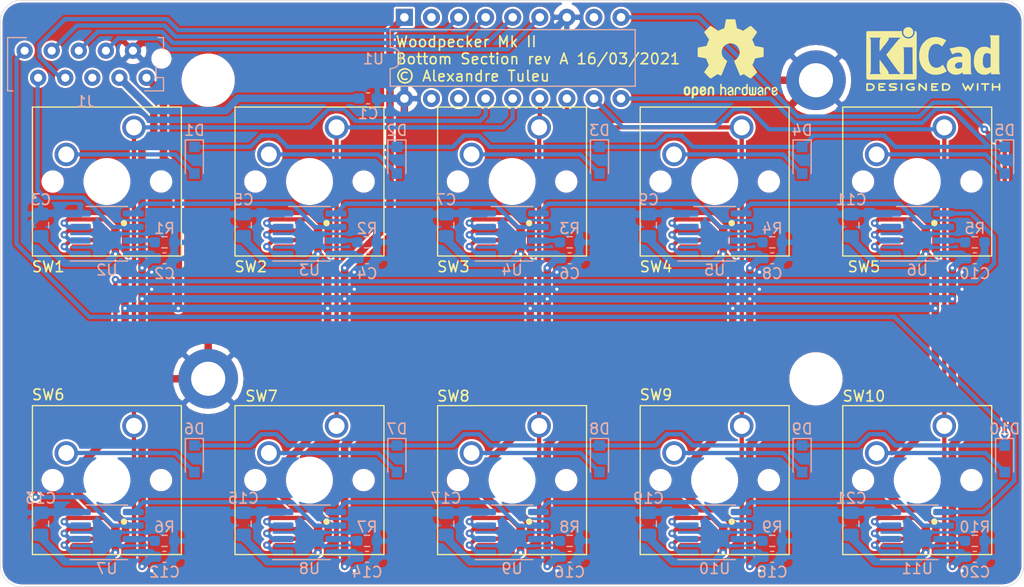
<source format=kicad_pcb>
(kicad_pcb (version 20171130) (host pcbnew 5.1.9-73d0e3b20d~88~ubuntu20.04.1)
  (layers (0 F.Cu signal) (31 B.Cu signal) (34 B.Paste user) (35 F.Paste user) (36 B.SilkS user) (37 F.SilkS user) (38 B.Mask user) (39 F.Mask user) (44 Edge.Cuts user))
  (net 0 "")
  (net 1 GND)
  (net 2 +3V3)
  (net 3 VLED)
  (net 4 "Net-(D1-Pad2)")
  (net 5 /R1)
  (net 6 "Net-(D2-Pad2)")
  (net 7 "Net-(D3-Pad2)")
  (net 8 "Net-(D4-Pad2)")
  (net 9 "Net-(D5-Pad2)")
  (net 10 "Net-(D6-Pad2)")
  (net 11 /R2)
  (net 12 "Net-(D7-Pad2)")
  (net 13 "Net-(D8-Pad2)")
  (net 14 "Net-(D9-Pad2)")
  (net 15 "Net-(D10-Pad2)")
  (net 16 /DO)
  (net 17 /DI)
  (net 18 /SCK)
  (net 19 /~CS_ROW)
  (net 20 /MOSI)
  (net 21 /MISO)
  (net 22 "Net-(R1-Pad1)")
  (net 23 "Net-(R2-Pad1)")
  (net 24 "Net-(R3-Pad1)")
  (net 25 "Net-(R4-Pad1)")
  (net 26 "Net-(R5-Pad1)")
  (net 27 "Net-(R6-Pad1)")
  (net 28 "Net-(R7-Pad1)")
  (net 29 "Net-(R8-Pad1)")
  (net 30 "Net-(R9-Pad1)")
  (net 31 "Net-(R10-Pad1)")
  (net 32 "Net-(SW1-Pad4)")
  (net 33 "Net-(SW1-Pad2)")
  (net 34 "Net-(SW1-Pad1)")
  (net 35 /C1)
  (net 36 "Net-(SW2-Pad4)")
  (net 37 "Net-(SW2-Pad2)")
  (net 38 "Net-(SW2-Pad1)")
  (net 39 /C2)
  (net 40 "Net-(SW3-Pad4)")
  (net 41 "Net-(SW3-Pad2)")
  (net 42 "Net-(SW3-Pad1)")
  (net 43 /C3)
  (net 44 "Net-(SW4-Pad4)")
  (net 45 "Net-(SW4-Pad2)")
  (net 46 "Net-(SW4-Pad1)")
  (net 47 /C4)
  (net 48 "Net-(SW5-Pad4)")
  (net 49 "Net-(SW5-Pad2)")
  (net 50 "Net-(SW5-Pad1)")
  (net 51 "Net-(SW6-Pad4)")
  (net 52 "Net-(SW6-Pad2)")
  (net 53 "Net-(SW6-Pad1)")
  (net 54 "Net-(SW7-Pad4)")
  (net 55 "Net-(SW7-Pad2)")
  (net 56 "Net-(SW7-Pad1)")
  (net 57 "Net-(SW8-Pad4)")
  (net 58 "Net-(SW8-Pad2)")
  (net 59 "Net-(SW8-Pad1)")
  (net 60 "Net-(SW9-Pad4)")
  (net 61 "Net-(SW9-Pad2)")
  (net 62 "Net-(SW9-Pad1)")
  (net 63 "Net-(SW10-Pad4)")
  (net 64 "Net-(SW10-Pad2)")
  (net 65 "Net-(SW10-Pad1)")
  (net 66 /C5)
  (net 67 /MX_2/DI)
  (net 68 /MX_3/DI)
  (net 69 /MX_4/DI)
  (net 70 /MX_5/DI)
  (net 71 /MX_7/DI)
  (net 72 /MX_8/DI)
  (net 73 /MX_9/DI)
  (net 74 /MX_10/DI)
  (net 75 /MX_6/DI)
  (module Symbol:KiCad-Logo2_5mm_SilkScreen (layer F.Cu) (at 167.5 58.5)
    (fp_text reference REF** hide)
    (fp_text value KiCad-Logo2_5mm_SilkScreen hide)
  )
  (module Symbol:OSHW-Logo2_9.8x8mm_SilkScreen (layer F.Cu) (at 148.5 58.5)
    (fp_text reference REF** hide)
    (fp_text value OSHW-Logo2_9.8x8mm_SilkScreen hide)
  )
  (module Package_SO:SOIC-8_3.9x4.9mm_P1.27mm (layer B.Cu) (at 166 102.9)
    (fp_text reference U11 (at 0 3.4) (layer B.SilkS) (effects (justify mirror)))
    (fp_text value TLC5973)
    (pad 8 smd roundrect (at 2.475 1.905) (size 1.95 0.6) (layers B.Cu B.Paste B.Mask) (net 2 +3V3))
    (pad 7 smd roundrect (at 2.475 0.635) (size 1.95 0.6) (layers B.Cu B.Paste B.Mask) (net 31 "Net-(R10-Pad1)"))
    (pad 6 smd roundrect (at 2.475 -0.635) (size 1.95 0.6) (layers B.Cu B.Paste B.Mask) (net 74 /MX_10/DI))
    (pad 5 smd roundrect (at 2.475 -1.905) (size 1.95 0.6) (layers B.Cu B.Paste B.Mask) (net 16 /DO))
    (pad 4 smd roundrect (at -2.475 -1.905) (size 1.95 0.6) (layers B.Cu B.Paste B.Mask) (net 1 GND))
    (pad 3 smd roundrect (at -2.475 -0.635) (size 1.95 0.6) (layers B.Cu B.Paste B.Mask) (net 65 "Net-(SW10-Pad1)"))
    (pad 2 smd roundrect (at -2.475 0.635) (size 1.95 0.6) (layers B.Cu B.Paste B.Mask) (net 64 "Net-(SW10-Pad2)"))
    (pad 1 smd roundrect (at -2.475 1.905) (size 1.95 0.6) (layers B.Cu B.Paste B.Mask) (net 63 "Net-(SW10-Pad4)"))
  )
  (module Package_SO:SOIC-8_3.9x4.9mm_P1.27mm (layer B.Cu) (at 147 102.9)
    (fp_text reference U10 (at 0 3.4) (layer B.SilkS) (effects (justify mirror)))
    (fp_text value TLC5973)
    (pad 8 smd roundrect (at 2.475 1.905) (size 1.95 0.6) (layers B.Cu B.Paste B.Mask) (net 2 +3V3))
    (pad 7 smd roundrect (at 2.475 0.635) (size 1.95 0.6) (layers B.Cu B.Paste B.Mask) (net 30 "Net-(R9-Pad1)"))
    (pad 6 smd roundrect (at 2.475 -0.635) (size 1.95 0.6) (layers B.Cu B.Paste B.Mask) (net 73 /MX_9/DI))
    (pad 5 smd roundrect (at 2.475 -1.905) (size 1.95 0.6) (layers B.Cu B.Paste B.Mask) (net 74 /MX_10/DI))
    (pad 4 smd roundrect (at -2.475 -1.905) (size 1.95 0.6) (layers B.Cu B.Paste B.Mask) (net 1 GND))
    (pad 3 smd roundrect (at -2.475 -0.635) (size 1.95 0.6) (layers B.Cu B.Paste B.Mask) (net 62 "Net-(SW9-Pad1)"))
    (pad 2 smd roundrect (at -2.475 0.635) (size 1.95 0.6) (layers B.Cu B.Paste B.Mask) (net 61 "Net-(SW9-Pad2)"))
    (pad 1 smd roundrect (at -2.475 1.905) (size 1.95 0.6) (layers B.Cu B.Paste B.Mask) (net 60 "Net-(SW9-Pad4)"))
  )
  (module Package_SO:SOIC-8_3.9x4.9mm_P1.27mm (layer B.Cu) (at 128 102.9)
    (fp_text reference U9 (at 0 3.4) (layer B.SilkS) (effects (justify mirror)))
    (fp_text value TLC5973)
    (pad 8 smd roundrect (at 2.475 1.905) (size 1.95 0.6) (layers B.Cu B.Paste B.Mask) (net 2 +3V3))
    (pad 7 smd roundrect (at 2.475 0.635) (size 1.95 0.6) (layers B.Cu B.Paste B.Mask) (net 29 "Net-(R8-Pad1)"))
    (pad 6 smd roundrect (at 2.475 -0.635) (size 1.95 0.6) (layers B.Cu B.Paste B.Mask) (net 72 /MX_8/DI))
    (pad 5 smd roundrect (at 2.475 -1.905) (size 1.95 0.6) (layers B.Cu B.Paste B.Mask) (net 73 /MX_9/DI))
    (pad 4 smd roundrect (at -2.475 -1.905) (size 1.95 0.6) (layers B.Cu B.Paste B.Mask) (net 1 GND))
    (pad 3 smd roundrect (at -2.475 -0.635) (size 1.95 0.6) (layers B.Cu B.Paste B.Mask) (net 59 "Net-(SW8-Pad1)"))
    (pad 2 smd roundrect (at -2.475 0.635) (size 1.95 0.6) (layers B.Cu B.Paste B.Mask) (net 58 "Net-(SW8-Pad2)"))
    (pad 1 smd roundrect (at -2.475 1.905) (size 1.95 0.6) (layers B.Cu B.Paste B.Mask) (net 57 "Net-(SW8-Pad4)"))
  )
  (module Package_SO:SOIC-8_3.9x4.9mm_P1.27mm (layer B.Cu) (at 109 102.9)
    (fp_text reference U8 (at 0 3.4) (layer B.SilkS) (effects (justify mirror)))
    (fp_text value TLC5973)
    (pad 8 smd roundrect (at 2.475 1.905) (size 1.95 0.6) (layers B.Cu B.Paste B.Mask) (net 2 +3V3))
    (pad 7 smd roundrect (at 2.475 0.635) (size 1.95 0.6) (layers B.Cu B.Paste B.Mask) (net 28 "Net-(R7-Pad1)"))
    (pad 6 smd roundrect (at 2.475 -0.635) (size 1.95 0.6) (layers B.Cu B.Paste B.Mask) (net 71 /MX_7/DI))
    (pad 5 smd roundrect (at 2.475 -1.905) (size 1.95 0.6) (layers B.Cu B.Paste B.Mask) (net 72 /MX_8/DI))
    (pad 4 smd roundrect (at -2.475 -1.905) (size 1.95 0.6) (layers B.Cu B.Paste B.Mask) (net 1 GND))
    (pad 3 smd roundrect (at -2.475 -0.635) (size 1.95 0.6) (layers B.Cu B.Paste B.Mask) (net 56 "Net-(SW7-Pad1)"))
    (pad 2 smd roundrect (at -2.475 0.635) (size 1.95 0.6) (layers B.Cu B.Paste B.Mask) (net 55 "Net-(SW7-Pad2)"))
    (pad 1 smd roundrect (at -2.475 1.905) (size 1.95 0.6) (layers B.Cu B.Paste B.Mask) (net 54 "Net-(SW7-Pad4)"))
  )
  (module Package_SO:SOIC-8_3.9x4.9mm_P1.27mm (layer B.Cu) (at 90 102.9)
    (fp_text reference U7 (at 0 3.4) (layer B.SilkS) (effects (justify mirror)))
    (fp_text value TLC5973)
    (pad 8 smd roundrect (at 2.475 1.905) (size 1.95 0.6) (layers B.Cu B.Paste B.Mask) (net 2 +3V3))
    (pad 7 smd roundrect (at 2.475 0.635) (size 1.95 0.6) (layers B.Cu B.Paste B.Mask) (net 27 "Net-(R6-Pad1)"))
    (pad 6 smd roundrect (at 2.475 -0.635) (size 1.95 0.6) (layers B.Cu B.Paste B.Mask) (net 75 /MX_6/DI))
    (pad 5 smd roundrect (at 2.475 -1.905) (size 1.95 0.6) (layers B.Cu B.Paste B.Mask) (net 71 /MX_7/DI))
    (pad 4 smd roundrect (at -2.475 -1.905) (size 1.95 0.6) (layers B.Cu B.Paste B.Mask) (net 1 GND))
    (pad 3 smd roundrect (at -2.475 -0.635) (size 1.95 0.6) (layers B.Cu B.Paste B.Mask) (net 53 "Net-(SW6-Pad1)"))
    (pad 2 smd roundrect (at -2.475 0.635) (size 1.95 0.6) (layers B.Cu B.Paste B.Mask) (net 52 "Net-(SW6-Pad2)"))
    (pad 1 smd roundrect (at -2.475 1.905) (size 1.95 0.6) (layers B.Cu B.Paste B.Mask) (net 51 "Net-(SW6-Pad4)"))
  )
  (module Package_SO:SOIC-8_3.9x4.9mm_P1.27mm (layer B.Cu) (at 166 74.9)
    (fp_text reference U6 (at 0 3.4) (layer B.SilkS) (effects (justify mirror)))
    (fp_text value TLC5973)
    (pad 8 smd roundrect (at 2.475 1.905) (size 1.95 0.6) (layers B.Cu B.Paste B.Mask) (net 2 +3V3))
    (pad 7 smd roundrect (at 2.475 0.635) (size 1.95 0.6) (layers B.Cu B.Paste B.Mask) (net 26 "Net-(R5-Pad1)"))
    (pad 6 smd roundrect (at 2.475 -0.635) (size 1.95 0.6) (layers B.Cu B.Paste B.Mask) (net 70 /MX_5/DI))
    (pad 5 smd roundrect (at 2.475 -1.905) (size 1.95 0.6) (layers B.Cu B.Paste B.Mask) (net 75 /MX_6/DI))
    (pad 4 smd roundrect (at -2.475 -1.905) (size 1.95 0.6) (layers B.Cu B.Paste B.Mask) (net 1 GND))
    (pad 3 smd roundrect (at -2.475 -0.635) (size 1.95 0.6) (layers B.Cu B.Paste B.Mask) (net 50 "Net-(SW5-Pad1)"))
    (pad 2 smd roundrect (at -2.475 0.635) (size 1.95 0.6) (layers B.Cu B.Paste B.Mask) (net 49 "Net-(SW5-Pad2)"))
    (pad 1 smd roundrect (at -2.475 1.905) (size 1.95 0.6) (layers B.Cu B.Paste B.Mask) (net 48 "Net-(SW5-Pad4)"))
  )
  (module Package_SO:SOIC-8_3.9x4.9mm_P1.27mm (layer B.Cu) (at 147 74.9)
    (fp_text reference U5 (at 0 3.4) (layer B.SilkS) (effects (justify mirror)))
    (fp_text value TLC5973)
    (pad 8 smd roundrect (at 2.475 1.905) (size 1.95 0.6) (layers B.Cu B.Paste B.Mask) (net 2 +3V3))
    (pad 7 smd roundrect (at 2.475 0.635) (size 1.95 0.6) (layers B.Cu B.Paste B.Mask) (net 25 "Net-(R4-Pad1)"))
    (pad 6 smd roundrect (at 2.475 -0.635) (size 1.95 0.6) (layers B.Cu B.Paste B.Mask) (net 69 /MX_4/DI))
    (pad 5 smd roundrect (at 2.475 -1.905) (size 1.95 0.6) (layers B.Cu B.Paste B.Mask) (net 70 /MX_5/DI))
    (pad 4 smd roundrect (at -2.475 -1.905) (size 1.95 0.6) (layers B.Cu B.Paste B.Mask) (net 1 GND))
    (pad 3 smd roundrect (at -2.475 -0.635) (size 1.95 0.6) (layers B.Cu B.Paste B.Mask) (net 46 "Net-(SW4-Pad1)"))
    (pad 2 smd roundrect (at -2.475 0.635) (size 1.95 0.6) (layers B.Cu B.Paste B.Mask) (net 45 "Net-(SW4-Pad2)"))
    (pad 1 smd roundrect (at -2.475 1.905) (size 1.95 0.6) (layers B.Cu B.Paste B.Mask) (net 44 "Net-(SW4-Pad4)"))
  )
  (module Package_SO:SOIC-8_3.9x4.9mm_P1.27mm (layer B.Cu) (at 128 74.9)
    (fp_text reference U4 (at 0 3.4) (layer B.SilkS) (effects (justify mirror)))
    (fp_text value TLC5973)
    (pad 8 smd roundrect (at 2.475 1.905) (size 1.95 0.6) (layers B.Cu B.Paste B.Mask) (net 2 +3V3))
    (pad 7 smd roundrect (at 2.475 0.635) (size 1.95 0.6) (layers B.Cu B.Paste B.Mask) (net 24 "Net-(R3-Pad1)"))
    (pad 6 smd roundrect (at 2.475 -0.635) (size 1.95 0.6) (layers B.Cu B.Paste B.Mask) (net 68 /MX_3/DI))
    (pad 5 smd roundrect (at 2.475 -1.905) (size 1.95 0.6) (layers B.Cu B.Paste B.Mask) (net 69 /MX_4/DI))
    (pad 4 smd roundrect (at -2.475 -1.905) (size 1.95 0.6) (layers B.Cu B.Paste B.Mask) (net 1 GND))
    (pad 3 smd roundrect (at -2.475 -0.635) (size 1.95 0.6) (layers B.Cu B.Paste B.Mask) (net 42 "Net-(SW3-Pad1)"))
    (pad 2 smd roundrect (at -2.475 0.635) (size 1.95 0.6) (layers B.Cu B.Paste B.Mask) (net 41 "Net-(SW3-Pad2)"))
    (pad 1 smd roundrect (at -2.475 1.905) (size 1.95 0.6) (layers B.Cu B.Paste B.Mask) (net 40 "Net-(SW3-Pad4)"))
  )
  (module Package_SO:SOIC-8_3.9x4.9mm_P1.27mm (layer B.Cu) (at 109 74.9)
    (fp_text reference U3 (at 0 3.4) (layer B.SilkS) (effects (justify mirror)))
    (fp_text value TLC5973)
    (pad 8 smd roundrect (at 2.475 1.905) (size 1.95 0.6) (layers B.Cu B.Paste B.Mask) (net 2 +3V3))
    (pad 7 smd roundrect (at 2.475 0.635) (size 1.95 0.6) (layers B.Cu B.Paste B.Mask) (net 23 "Net-(R2-Pad1)"))
    (pad 6 smd roundrect (at 2.475 -0.635) (size 1.95 0.6) (layers B.Cu B.Paste B.Mask) (net 67 /MX_2/DI))
    (pad 5 smd roundrect (at 2.475 -1.905) (size 1.95 0.6) (layers B.Cu B.Paste B.Mask) (net 68 /MX_3/DI))
    (pad 4 smd roundrect (at -2.475 -1.905) (size 1.95 0.6) (layers B.Cu B.Paste B.Mask) (net 1 GND))
    (pad 3 smd roundrect (at -2.475 -0.635) (size 1.95 0.6) (layers B.Cu B.Paste B.Mask) (net 38 "Net-(SW2-Pad1)"))
    (pad 2 smd roundrect (at -2.475 0.635) (size 1.95 0.6) (layers B.Cu B.Paste B.Mask) (net 37 "Net-(SW2-Pad2)"))
    (pad 1 smd roundrect (at -2.475 1.905) (size 1.95 0.6) (layers B.Cu B.Paste B.Mask) (net 36 "Net-(SW2-Pad4)"))
  )
  (module Package_SO:SOIC-8_3.9x4.9mm_P1.27mm (layer B.Cu) (at 90 74.9)
    (fp_text reference U2 (at 0 3.4) (layer B.SilkS) (effects (justify mirror)))
    (fp_text value TLC5973)
    (pad 8 smd roundrect (at 2.475 1.905) (size 1.95 0.6) (layers B.Cu B.Paste B.Mask) (net 2 +3V3))
    (pad 7 smd roundrect (at 2.475 0.635) (size 1.95 0.6) (layers B.Cu B.Paste B.Mask) (net 22 "Net-(R1-Pad1)"))
    (pad 6 smd roundrect (at 2.475 -0.635) (size 1.95 0.6) (layers B.Cu B.Paste B.Mask) (net 17 /DI))
    (pad 5 smd roundrect (at 2.475 -1.905) (size 1.95 0.6) (layers B.Cu B.Paste B.Mask) (net 67 /MX_2/DI))
    (pad 4 smd roundrect (at -2.475 -1.905) (size 1.95 0.6) (layers B.Cu B.Paste B.Mask) (net 1 GND))
    (pad 3 smd roundrect (at -2.475 -0.635) (size 1.95 0.6) (layers B.Cu B.Paste B.Mask) (net 34 "Net-(SW1-Pad1)"))
    (pad 2 smd roundrect (at -2.475 0.635) (size 1.95 0.6) (layers B.Cu B.Paste B.Mask) (net 33 "Net-(SW1-Pad2)"))
    (pad 1 smd roundrect (at -2.475 1.905) (size 1.95 0.6) (layers B.Cu B.Paste B.Mask) (net 32 "Net-(SW1-Pad4)"))
  )
  (module Package_DIP:DIP-18_W7.62mm (layer B.Cu) (at 117.9 54.6 270)
    (fp_text reference U1 (at 3.9 2.9 180) (layer B.SilkS) (effects (justify mirror)))
    (fp_text value MCP23S09-xP)
    (pad 18 thru_hole oval (at 7.62 0 270) (size 1.6 1.6) (drill 0.8) (layers *.Cu *.Mask) (net 1 GND))
    (pad 9 thru_hole oval (at 0 -20.32 270) (size 1.6 1.6) (drill 0.8) (layers *.Cu *.Mask) (net 11 /R2))
    (pad 17 thru_hole oval (at 7.62 -2.54 270) (size 1.6 1.6) (drill 0.8) (layers *.Cu *.Mask))
    (pad 8 thru_hole oval (at 0 -17.78 270) (size 1.6 1.6) (drill 0.8) (layers *.Cu *.Mask))
    (pad 16 thru_hole oval (at 7.62 -5.08 270) (size 1.6 1.6) (drill 0.8) (layers *.Cu *.Mask))
    (pad 7 thru_hole oval (at 0 -15.24 270) (size 1.6 1.6) (drill 0.8) (layers *.Cu *.Mask) (net 1 GND))
    (pad 15 thru_hole oval (at 7.62 -7.62 270) (size 1.6 1.6) (drill 0.8) (layers *.Cu *.Mask) (net 35 /C1))
    (pad 6 thru_hole oval (at 0 -12.7 270) (size 1.6 1.6) (drill 0.8) (layers *.Cu *.Mask) (net 21 /MISO))
    (pad 14 thru_hole oval (at 7.62 -10.16 270) (size 1.6 1.6) (drill 0.8) (layers *.Cu *.Mask) (net 39 /C2))
    (pad 5 thru_hole oval (at 0 -10.16 270) (size 1.6 1.6) (drill 0.8) (layers *.Cu *.Mask) (net 20 /MOSI))
    (pad 13 thru_hole oval (at 7.62 -12.7 270) (size 1.6 1.6) (drill 0.8) (layers *.Cu *.Mask) (net 43 /C3))
    (pad 4 thru_hole oval (at 0 -7.62 270) (size 1.6 1.6) (drill 0.8) (layers *.Cu *.Mask) (net 18 /SCK))
    (pad 12 thru_hole oval (at 7.62 -15.24 270) (size 1.6 1.6) (drill 0.8) (layers *.Cu *.Mask) (net 47 /C4))
    (pad 3 thru_hole oval (at 0 -5.08 270) (size 1.6 1.6) (drill 0.8) (layers *.Cu *.Mask) (net 19 /~CS_ROW))
    (pad 11 thru_hole oval (at 7.62 -17.78 270) (size 1.6 1.6) (drill 0.8) (layers *.Cu *.Mask) (net 66 /C5))
    (pad 2 thru_hole oval (at 0 -2.54 270) (size 1.6 1.6) (drill 0.8) (layers *.Cu *.Mask))
    (pad 10 thru_hole oval (at 7.62 -20.32 270) (size 1.6 1.6) (drill 0.8) (layers *.Cu *.Mask) (net 5 /R1))
    (pad 1 thru_hole rect (at 0 0 270) (size 1.6 1.6) (drill 0.8) (layers *.Cu *.Mask) (net 2 +3V3))
  )
  (module woodpecker:SW_Cherry_MX_1.00u_PCB_SMD_LED (layer F.Cu) (at 166 98)
    (fp_text reference SW10 (at -5 -7.874) (layer F.SilkS))
    (fp_text value Cherry_MX_LED)
    (pad 4 smd rect (at -0.8 5.5) (size 0.8 0.65) (layers F.Cu F.Paste F.Mask) (net 63 "Net-(SW10-Pad4)"))
    (pad 3 smd rect (at 0.8 5.5) (size 0.8 0.65) (layers F.Cu F.Paste F.Mask) (net 3 VLED))
    (pad 2 smd rect (at -0.8 4.6) (size 0.8 0.65) (layers F.Cu F.Paste F.Mask) (net 64 "Net-(SW10-Pad2)"))
    (pad 1 smd roundrect (at 0.8 4.6) (size 0.8 0.65) (layers F.Cu F.Paste F.Mask) (net 65 "Net-(SW10-Pad1)"))
    (pad "" np_thru_hole circle (at 5.08 0) (size 1.7 1.7) (drill 1.7) (layers *.Cu *.Mask))
    (pad "" np_thru_hole circle (at -5.08 0) (size 1.7 1.7) (drill 1.7) (layers *.Cu *.Mask))
    (pad "" np_thru_hole circle (at 0 0) (size 4 4) (drill 4) (layers *.Cu *.Mask))
    (pad 6 thru_hole circle (at -3.81 -2.54) (size 2.2 2.2) (drill 1.5) (layers *.Cu *.Mask) (net 15 "Net-(D10-Pad2)"))
    (pad 5 thru_hole circle (at 2.54 -5.08) (size 2.2 2.2) (drill 1.5) (layers *.Cu *.Mask) (net 66 /C5))
  )
  (module woodpecker:SW_Cherry_MX_1.00u_PCB_SMD_LED (layer F.Cu) (at 147 98)
    (fp_text reference SW9 (at -5.5 -8) (layer F.SilkS))
    (fp_text value Cherry_MX_LED)
    (pad 4 smd rect (at -0.8 5.5) (size 0.8 0.65) (layers F.Cu F.Paste F.Mask) (net 60 "Net-(SW9-Pad4)"))
    (pad 3 smd rect (at 0.8 5.5) (size 0.8 0.65) (layers F.Cu F.Paste F.Mask) (net 3 VLED))
    (pad 2 smd rect (at -0.8 4.6) (size 0.8 0.65) (layers F.Cu F.Paste F.Mask) (net 61 "Net-(SW9-Pad2)"))
    (pad 1 smd roundrect (at 0.8 4.6) (size 0.8 0.65) (layers F.Cu F.Paste F.Mask) (net 62 "Net-(SW9-Pad1)"))
    (pad "" np_thru_hole circle (at 5.08 0) (size 1.7 1.7) (drill 1.7) (layers *.Cu *.Mask))
    (pad "" np_thru_hole circle (at -5.08 0) (size 1.7 1.7) (drill 1.7) (layers *.Cu *.Mask))
    (pad "" np_thru_hole circle (at 0 0) (size 4 4) (drill 4) (layers *.Cu *.Mask))
    (pad 6 thru_hole circle (at -3.81 -2.54) (size 2.2 2.2) (drill 1.5) (layers *.Cu *.Mask) (net 14 "Net-(D9-Pad2)"))
    (pad 5 thru_hole circle (at 2.54 -5.08) (size 2.2 2.2) (drill 1.5) (layers *.Cu *.Mask) (net 47 /C4))
  )
  (module woodpecker:SW_Cherry_MX_1.00u_PCB_SMD_LED (layer F.Cu) (at 128 98)
    (fp_text reference SW8 (at -5.5 -7.874) (layer F.SilkS))
    (fp_text value Cherry_MX_LED)
    (pad 4 smd rect (at -0.8 5.5) (size 0.8 0.65) (layers F.Cu F.Paste F.Mask) (net 57 "Net-(SW8-Pad4)"))
    (pad 3 smd rect (at 0.8 5.5) (size 0.8 0.65) (layers F.Cu F.Paste F.Mask) (net 3 VLED))
    (pad 2 smd rect (at -0.8 4.6) (size 0.8 0.65) (layers F.Cu F.Paste F.Mask) (net 58 "Net-(SW8-Pad2)"))
    (pad 1 smd roundrect (at 0.8 4.6) (size 0.8 0.65) (layers F.Cu F.Paste F.Mask) (net 59 "Net-(SW8-Pad1)"))
    (pad "" np_thru_hole circle (at 5.08 0) (size 1.7 1.7) (drill 1.7) (layers *.Cu *.Mask))
    (pad "" np_thru_hole circle (at -5.08 0) (size 1.7 1.7) (drill 1.7) (layers *.Cu *.Mask))
    (pad "" np_thru_hole circle (at 0 0) (size 4 4) (drill 4) (layers *.Cu *.Mask))
    (pad 6 thru_hole circle (at -3.81 -2.54) (size 2.2 2.2) (drill 1.5) (layers *.Cu *.Mask) (net 13 "Net-(D8-Pad2)"))
    (pad 5 thru_hole circle (at 2.54 -5.08) (size 2.2 2.2) (drill 1.5) (layers *.Cu *.Mask) (net 43 /C3))
  )
  (module woodpecker:SW_Cherry_MX_1.00u_PCB_SMD_LED (layer F.Cu) (at 109 98)
    (fp_text reference SW7 (at -4.5 -7.874 180) (layer F.SilkS))
    (fp_text value Cherry_MX_LED)
    (pad 4 smd rect (at -0.8 5.5) (size 0.8 0.65) (layers F.Cu F.Paste F.Mask) (net 54 "Net-(SW7-Pad4)"))
    (pad 3 smd rect (at 0.8 5.5) (size 0.8 0.65) (layers F.Cu F.Paste F.Mask) (net 3 VLED))
    (pad 2 smd rect (at -0.8 4.6) (size 0.8 0.65) (layers F.Cu F.Paste F.Mask) (net 55 "Net-(SW7-Pad2)"))
    (pad 1 smd roundrect (at 0.8 4.6) (size 0.8 0.65) (layers F.Cu F.Paste F.Mask) (net 56 "Net-(SW7-Pad1)"))
    (pad "" np_thru_hole circle (at 5.08 0) (size 1.7 1.7) (drill 1.7) (layers *.Cu *.Mask))
    (pad "" np_thru_hole circle (at -5.08 0) (size 1.7 1.7) (drill 1.7) (layers *.Cu *.Mask))
    (pad "" np_thru_hole circle (at 0 0) (size 4 4) (drill 4) (layers *.Cu *.Mask))
    (pad 6 thru_hole circle (at -3.81 -2.54) (size 2.2 2.2) (drill 1.5) (layers *.Cu *.Mask) (net 12 "Net-(D7-Pad2)"))
    (pad 5 thru_hole circle (at 2.54 -5.08) (size 2.2 2.2) (drill 1.5) (layers *.Cu *.Mask) (net 39 /C2))
  )
  (module woodpecker:SW_Cherry_MX_1.00u_PCB_SMD_LED (layer F.Cu) (at 90 98)
    (fp_text reference SW6 (at -5.5 -8) (layer F.SilkS))
    (fp_text value Cherry_MX_LED)
    (pad 4 smd rect (at -0.8 5.5) (size 0.8 0.65) (layers F.Cu F.Paste F.Mask) (net 51 "Net-(SW6-Pad4)"))
    (pad 3 smd rect (at 0.8 5.5) (size 0.8 0.65) (layers F.Cu F.Paste F.Mask) (net 3 VLED))
    (pad 2 smd rect (at -0.8 4.6) (size 0.8 0.65) (layers F.Cu F.Paste F.Mask) (net 52 "Net-(SW6-Pad2)"))
    (pad 1 smd roundrect (at 0.8 4.6) (size 0.8 0.65) (layers F.Cu F.Paste F.Mask) (net 53 "Net-(SW6-Pad1)"))
    (pad "" np_thru_hole circle (at 5.08 0) (size 1.7 1.7) (drill 1.7) (layers *.Cu *.Mask))
    (pad "" np_thru_hole circle (at -5.08 0) (size 1.7 1.7) (drill 1.7) (layers *.Cu *.Mask))
    (pad "" np_thru_hole circle (at 0 0) (size 4 4) (drill 4) (layers *.Cu *.Mask))
    (pad 6 thru_hole circle (at -3.81 -2.54) (size 2.2 2.2) (drill 1.5) (layers *.Cu *.Mask) (net 10 "Net-(D6-Pad2)"))
    (pad 5 thru_hole circle (at 2.54 -5.08) (size 2.2 2.2) (drill 1.5) (layers *.Cu *.Mask) (net 35 /C1))
  )
  (module woodpecker:SW_Cherry_MX_1.00u_PCB_SMD_LED (layer F.Cu) (at 166 70)
    (fp_text reference SW5 (at -5 8) (layer F.SilkS))
    (fp_text value Cherry_MX_LED)
    (pad 4 smd rect (at -0.8 5.5) (size 0.8 0.65) (layers F.Cu F.Paste F.Mask) (net 48 "Net-(SW5-Pad4)"))
    (pad 3 smd rect (at 0.8 5.5) (size 0.8 0.65) (layers F.Cu F.Paste F.Mask) (net 3 VLED))
    (pad 2 smd rect (at -0.8 4.6) (size 0.8 0.65) (layers F.Cu F.Paste F.Mask) (net 49 "Net-(SW5-Pad2)"))
    (pad 1 smd roundrect (at 0.8 4.6) (size 0.8 0.65) (layers F.Cu F.Paste F.Mask) (net 50 "Net-(SW5-Pad1)"))
    (pad "" np_thru_hole circle (at 5.08 0) (size 1.7 1.7) (drill 1.7) (layers *.Cu *.Mask))
    (pad "" np_thru_hole circle (at -5.08 0) (size 1.7 1.7) (drill 1.7) (layers *.Cu *.Mask))
    (pad "" np_thru_hole circle (at 0 0) (size 4 4) (drill 4) (layers *.Cu *.Mask))
    (pad 6 thru_hole circle (at -3.81 -2.54) (size 2.2 2.2) (drill 1.5) (layers *.Cu *.Mask) (net 9 "Net-(D5-Pad2)"))
    (pad 5 thru_hole circle (at 2.54 -5.08) (size 2.2 2.2) (drill 1.5) (layers *.Cu *.Mask) (net 66 /C5))
  )
  (module woodpecker:SW_Cherry_MX_1.00u_PCB_SMD_LED (layer F.Cu) (at 147 70)
    (fp_text reference SW4 (at -5.5 8) (layer F.SilkS))
    (fp_text value Cherry_MX_LED)
    (pad 4 smd rect (at -0.8 5.5) (size 0.8 0.65) (layers F.Cu F.Paste F.Mask) (net 44 "Net-(SW4-Pad4)"))
    (pad 3 smd rect (at 0.8 5.5) (size 0.8 0.65) (layers F.Cu F.Paste F.Mask) (net 3 VLED))
    (pad 2 smd rect (at -0.8 4.6) (size 0.8 0.65) (layers F.Cu F.Paste F.Mask) (net 45 "Net-(SW4-Pad2)"))
    (pad 1 smd roundrect (at 0.8 4.6) (size 0.8 0.65) (layers F.Cu F.Paste F.Mask) (net 46 "Net-(SW4-Pad1)"))
    (pad "" np_thru_hole circle (at 5.08 0) (size 1.7 1.7) (drill 1.7) (layers *.Cu *.Mask))
    (pad "" np_thru_hole circle (at -5.08 0) (size 1.7 1.7) (drill 1.7) (layers *.Cu *.Mask))
    (pad "" np_thru_hole circle (at 0 0) (size 4 4) (drill 4) (layers *.Cu *.Mask))
    (pad 6 thru_hole circle (at -3.81 -2.54) (size 2.2 2.2) (drill 1.5) (layers *.Cu *.Mask) (net 8 "Net-(D4-Pad2)"))
    (pad 5 thru_hole circle (at 2.54 -5.08) (size 2.2 2.2) (drill 1.5) (layers *.Cu *.Mask) (net 47 /C4))
  )
  (module woodpecker:SW_Cherry_MX_1.00u_PCB_SMD_LED (layer F.Cu) (at 128 70)
    (fp_text reference SW3 (at -5.5 8) (layer F.SilkS))
    (fp_text value Cherry_MX_LED)
    (pad 4 smd rect (at -0.8 5.5) (size 0.8 0.65) (layers F.Cu F.Paste F.Mask) (net 40 "Net-(SW3-Pad4)"))
    (pad 3 smd rect (at 0.8 5.5) (size 0.8 0.65) (layers F.Cu F.Paste F.Mask) (net 3 VLED))
    (pad 2 smd rect (at -0.8 4.6) (size 0.8 0.65) (layers F.Cu F.Paste F.Mask) (net 41 "Net-(SW3-Pad2)"))
    (pad 1 smd roundrect (at 0.8 4.6) (size 0.8 0.65) (layers F.Cu F.Paste F.Mask) (net 42 "Net-(SW3-Pad1)"))
    (pad "" np_thru_hole circle (at 5.08 0) (size 1.7 1.7) (drill 1.7) (layers *.Cu *.Mask))
    (pad "" np_thru_hole circle (at -5.08 0) (size 1.7 1.7) (drill 1.7) (layers *.Cu *.Mask))
    (pad "" np_thru_hole circle (at 0 0) (size 4 4) (drill 4) (layers *.Cu *.Mask))
    (pad 6 thru_hole circle (at -3.81 -2.54) (size 2.2 2.2) (drill 1.5) (layers *.Cu *.Mask) (net 7 "Net-(D3-Pad2)"))
    (pad 5 thru_hole circle (at 2.54 -5.08) (size 2.2 2.2) (drill 1.5) (layers *.Cu *.Mask) (net 43 /C3))
  )
  (module woodpecker:SW_Cherry_MX_1.00u_PCB_SMD_LED (layer F.Cu) (at 109 70)
    (fp_text reference SW2 (at -5.5 8) (layer F.SilkS))
    (fp_text value Cherry_MX_LED)
    (pad 4 smd rect (at -0.8 5.5) (size 0.8 0.65) (layers F.Cu F.Paste F.Mask) (net 36 "Net-(SW2-Pad4)"))
    (pad 3 smd rect (at 0.8 5.5) (size 0.8 0.65) (layers F.Cu F.Paste F.Mask) (net 3 VLED))
    (pad 2 smd rect (at -0.8 4.6) (size 0.8 0.65) (layers F.Cu F.Paste F.Mask) (net 37 "Net-(SW2-Pad2)"))
    (pad 1 smd roundrect (at 0.8 4.6) (size 0.8 0.65) (layers F.Cu F.Paste F.Mask) (net 38 "Net-(SW2-Pad1)"))
    (pad "" np_thru_hole circle (at 5.08 0) (size 1.7 1.7) (drill 1.7) (layers *.Cu *.Mask))
    (pad "" np_thru_hole circle (at -5.08 0) (size 1.7 1.7) (drill 1.7) (layers *.Cu *.Mask))
    (pad "" np_thru_hole circle (at 0 0) (size 4 4) (drill 4) (layers *.Cu *.Mask))
    (pad 6 thru_hole circle (at -3.81 -2.54) (size 2.2 2.2) (drill 1.5) (layers *.Cu *.Mask) (net 6 "Net-(D2-Pad2)"))
    (pad 5 thru_hole circle (at 2.54 -5.08) (size 2.2 2.2) (drill 1.5) (layers *.Cu *.Mask) (net 39 /C2))
  )
  (module woodpecker:SW_Cherry_MX_1.00u_PCB_SMD_LED (layer F.Cu) (at 90 70)
    (fp_text reference SW1 (at -5.5 8) (layer F.SilkS))
    (fp_text value Cherry_MX_LED)
    (pad 4 smd rect (at -0.8 5.5) (size 0.8 0.65) (layers F.Cu F.Paste F.Mask) (net 32 "Net-(SW1-Pad4)"))
    (pad 3 smd rect (at 0.8 5.5) (size 0.8 0.65) (layers F.Cu F.Paste F.Mask) (net 3 VLED))
    (pad 2 smd rect (at -0.8 4.6) (size 0.8 0.65) (layers F.Cu F.Paste F.Mask) (net 33 "Net-(SW1-Pad2)"))
    (pad 1 smd roundrect (at 0.8 4.6) (size 0.8 0.65) (layers F.Cu F.Paste F.Mask) (net 34 "Net-(SW1-Pad1)"))
    (pad "" np_thru_hole circle (at 5.08 0) (size 1.7 1.7) (drill 1.7) (layers *.Cu *.Mask))
    (pad "" np_thru_hole circle (at -5.08 0) (size 1.7 1.7) (drill 1.7) (layers *.Cu *.Mask))
    (pad "" np_thru_hole circle (at 0 0) (size 4 4) (drill 4) (layers *.Cu *.Mask))
    (pad 6 thru_hole circle (at -3.81 -2.54) (size 2.2 2.2) (drill 1.5) (layers *.Cu *.Mask) (net 4 "Net-(D1-Pad2)"))
    (pad 5 thru_hole circle (at 2.54 -5.08) (size 2.2 2.2) (drill 1.5) (layers *.Cu *.Mask) (net 35 /C1))
  )
  (module Resistor_SMD:R_0603_1608Metric_Pad0.98x0.95mm_HandSolder (layer B.Cu) (at 171.4 103.7)
    (fp_text reference R10 (at 0 -1.3) (layer B.SilkS) (effects (justify mirror)))
    (fp_text value 10.5K)
    (pad 2 smd roundrect (at 0.9125 0) (size 0.975 0.95) (layers B.Cu B.Paste B.Mask) (net 1 GND))
    (pad 1 smd roundrect (at -0.9125 0) (size 0.975 0.95) (layers B.Cu B.Paste B.Mask) (net 31 "Net-(R10-Pad1)"))
  )
  (module Resistor_SMD:R_0603_1608Metric_Pad0.98x0.95mm_HandSolder (layer B.Cu) (at 152.4 103.7)
    (fp_text reference R9 (at 0 -1.3) (layer B.SilkS) (effects (justify mirror)))
    (fp_text value 10.5K)
    (pad 2 smd roundrect (at 0.9125 0) (size 0.975 0.95) (layers B.Cu B.Paste B.Mask) (net 1 GND))
    (pad 1 smd roundrect (at -0.9125 0) (size 0.975 0.95) (layers B.Cu B.Paste B.Mask) (net 30 "Net-(R9-Pad1)"))
  )
  (module Resistor_SMD:R_0603_1608Metric_Pad0.98x0.95mm_HandSolder (layer B.Cu) (at 133.4 103.7)
    (fp_text reference R8 (at 0 -1.3) (layer B.SilkS) (effects (justify mirror)))
    (fp_text value 10.5K)
    (pad 2 smd roundrect (at 0.9125 0) (size 0.975 0.95) (layers B.Cu B.Paste B.Mask) (net 1 GND))
    (pad 1 smd roundrect (at -0.9125 0) (size 0.975 0.95) (layers B.Cu B.Paste B.Mask) (net 29 "Net-(R8-Pad1)"))
  )
  (module Resistor_SMD:R_0603_1608Metric_Pad0.98x0.95mm_HandSolder (layer B.Cu) (at 114.4 103.7)
    (fp_text reference R7 (at 0 -1.3) (layer B.SilkS) (effects (justify mirror)))
    (fp_text value 10.5K)
    (pad 2 smd roundrect (at 0.9125 0) (size 0.975 0.95) (layers B.Cu B.Paste B.Mask) (net 1 GND))
    (pad 1 smd roundrect (at -0.9125 0) (size 0.975 0.95) (layers B.Cu B.Paste B.Mask) (net 28 "Net-(R7-Pad1)"))
  )
  (module Resistor_SMD:R_0603_1608Metric_Pad0.98x0.95mm_HandSolder (layer B.Cu) (at 95.4 103.7)
    (fp_text reference R6 (at 0 -1.3) (layer B.SilkS) (effects (justify mirror)))
    (fp_text value 10.5K)
    (pad 2 smd roundrect (at 0.9125 0) (size 0.975 0.95) (layers B.Cu B.Paste B.Mask) (net 1 GND))
    (pad 1 smd roundrect (at -0.9125 0) (size 0.975 0.95) (layers B.Cu B.Paste B.Mask) (net 27 "Net-(R6-Pad1)"))
  )
  (module Resistor_SMD:R_0603_1608Metric_Pad0.98x0.95mm_HandSolder (layer B.Cu) (at 171.4 75.7)
    (fp_text reference R5 (at 0 -1.3) (layer B.SilkS) (effects (justify mirror)))
    (fp_text value 10.5K)
    (pad 2 smd roundrect (at 0.9125 0) (size 0.975 0.95) (layers B.Cu B.Paste B.Mask) (net 1 GND))
    (pad 1 smd roundrect (at -0.9125 0) (size 0.975 0.95) (layers B.Cu B.Paste B.Mask) (net 26 "Net-(R5-Pad1)"))
  )
  (module Resistor_SMD:R_0603_1608Metric_Pad0.98x0.95mm_HandSolder (layer B.Cu) (at 152.4 75.7)
    (fp_text reference R4 (at 0 -1.3) (layer B.SilkS) (effects (justify mirror)))
    (fp_text value 10.5K)
    (pad 2 smd roundrect (at 0.9125 0) (size 0.975 0.95) (layers B.Cu B.Paste B.Mask) (net 1 GND))
    (pad 1 smd roundrect (at -0.9125 0) (size 0.975 0.95) (layers B.Cu B.Paste B.Mask) (net 25 "Net-(R4-Pad1)"))
  )
  (module Resistor_SMD:R_0603_1608Metric_Pad0.98x0.95mm_HandSolder (layer B.Cu) (at 133.4 75.7)
    (fp_text reference R3 (at 0 -1.3) (layer B.SilkS) (effects (justify mirror)))
    (fp_text value 10.5K)
    (pad 2 smd roundrect (at 0.9125 0) (size 0.975 0.95) (layers B.Cu B.Paste B.Mask) (net 1 GND))
    (pad 1 smd roundrect (at -0.9125 0) (size 0.975 0.95) (layers B.Cu B.Paste B.Mask) (net 24 "Net-(R3-Pad1)"))
  )
  (module Resistor_SMD:R_0603_1608Metric_Pad0.98x0.95mm_HandSolder (layer B.Cu) (at 114.4 75.7)
    (fp_text reference R2 (at 0 -1.3) (layer B.SilkS) (effects (justify mirror)))
    (fp_text value 10.5K)
    (pad 2 smd roundrect (at 0.9125 0) (size 0.975 0.95) (layers B.Cu B.Paste B.Mask) (net 1 GND))
    (pad 1 smd roundrect (at -0.9125 0) (size 0.975 0.95) (layers B.Cu B.Paste B.Mask) (net 23 "Net-(R2-Pad1)"))
  )
  (module Resistor_SMD:R_0603_1608Metric_Pad0.98x0.95mm_HandSolder (layer B.Cu) (at 95.4 75.7)
    (fp_text reference R1 (at 0 -1.3) (layer B.SilkS) (effects (justify mirror)))
    (fp_text value 10.5K)
    (pad 2 smd roundrect (at 0.9125 0) (size 0.975 0.95) (layers B.Cu B.Paste B.Mask) (net 1 GND))
    (pad 1 smd roundrect (at -0.9125 0) (size 0.975 0.95) (layers B.Cu B.Paste B.Mask) (net 22 "Net-(R1-Pad1)"))
  )
  (module woodpecker:ConnectorMicromatch-10 (layer B.Cu) (at 88 59)
    (fp_text reference J1 (at 0 3.5) (layer B.SilkS) (effects (justify mirror)))
    (fp_text value Conn_02x05_Odd_Even)
    (pad 10 thru_hole circle (at -5.715 -1.27) (size 1.524 1.524) (drill 0.762) (layers *.Cu *.Mask) (net 16 /DO))
    (pad 9 thru_hole circle (at -4.445 1.27) (size 1.524 1.524) (drill 0.762) (layers *.Cu *.Mask) (net 17 /DI))
    (pad "" np_thru_hole circle (at 7.115 -0.53) (size 1.5 1.5) (drill 1.5) (layers *.Cu *.Mask))
    (pad 8 thru_hole circle (at -3.175 -1.27) (size 1.524 1.524) (drill 0.762) (layers *.Cu *.Mask) (net 18 /SCK))
    (pad 7 thru_hole circle (at -1.905 1.27) (size 1.524 1.524) (drill 0.762) (layers *.Cu *.Mask) (net 19 /~CS_ROW))
    (pad 6 thru_hole circle (at -0.635 -1.27) (size 1.524 1.524) (drill 0.762) (layers *.Cu *.Mask) (net 20 /MOSI))
    (pad 5 thru_hole circle (at 0.635 1.27) (size 1.524 1.524) (drill 0.762) (layers *.Cu *.Mask))
    (pad 4 thru_hole circle (at 1.905 -1.27) (size 1.524 1.524) (drill 0.762) (layers *.Cu *.Mask) (net 21 /MISO))
    (pad 3 thru_hole circle (at 3.175 1.27) (size 1.524 1.524) (drill 0.762) (layers *.Cu *.Mask) (net 2 +3V3))
    (pad 2 thru_hole circle (at 4.445 -1.27) (size 1.524 1.524) (drill 0.762) (layers *.Cu *.Mask) (net 1 GND))
    (pad 1 thru_hole circle (at 5.715 1.27) (size 1.524 1.524) (drill 0.762) (layers *.Cu *.Mask) (net 3 VLED))
  )
  (module MountingHole:MountingHole_3.2mm_M3_DIN965_Pad (layer F.Cu) (at 99.5 88.5)
    (fp_text reference H4 hide)
    (fp_text value MountingHole_Pad)
    (pad 1 thru_hole circle (at 0 0) (size 5.6 5.6) (drill 3.2) (layers *.Cu *.Mask) (net 1 GND))
  )
  (module MountingHole:MountingHole_3.2mm_M3_DIN965_Pad (layer F.Cu) (at 156.5 60.5)
    (fp_text reference H3 hide)
    (fp_text value MountingHole_Pad)
    (pad 1 thru_hole circle (at 0 0) (size 5.6 5.6) (drill 3.2) (layers *.Cu *.Mask) (net 1 GND))
  )
  (module woodpecker:709620400 (layer F.Cu) (at 99.5 60.5)
    (fp_text reference H2 hide)
    (fp_text value MountingHole hide)
    (pad "" np_thru_hole circle (at 0 0) (size 4 4) (drill 4) (layers *.Cu *.Mask) (clearance 0.5))
  )
  (module woodpecker:709620400 (layer F.Cu) (at 156.5 88.5)
    (fp_text reference H1 hide)
    (fp_text value MountingHole hide)
    (pad "" np_thru_hole circle (at 0 0) (size 4 4) (drill 4) (layers *.Cu *.Mask) (clearance 0.5))
  )
  (module Diode_SMD:D_SOD-323_HandSoldering (layer B.Cu) (at 174.2 96 270)
    (fp_text reference D10 (at -2.8 0) (layer B.SilkS) (effects (justify mirror)))
    (fp_text value 1N4148WS)
    (pad 2 smd rect (at 1.25 0 270) (size 1 1) (layers B.Cu B.Paste B.Mask) (net 15 "Net-(D10-Pad2)"))
    (pad 1 smd rect (at -1.25 0 270) (size 1 1) (layers B.Cu B.Paste B.Mask) (net 11 /R2))
  )
  (module Diode_SMD:D_SOD-323_HandSoldering (layer B.Cu) (at 155.2 96 270)
    (fp_text reference D9 (at -2.8 0) (layer B.SilkS) (effects (justify mirror)))
    (fp_text value 1N4148WS)
    (pad 2 smd rect (at 1.25 0 270) (size 1 1) (layers B.Cu B.Paste B.Mask) (net 14 "Net-(D9-Pad2)"))
    (pad 1 smd rect (at -1.25 0 270) (size 1 1) (layers B.Cu B.Paste B.Mask) (net 11 /R2))
  )
  (module Diode_SMD:D_SOD-323_HandSoldering (layer B.Cu) (at 136.2 96 270)
    (fp_text reference D8 (at -2.8 0) (layer B.SilkS) (effects (justify mirror)))
    (fp_text value 1N4148WS)
    (pad 2 smd rect (at 1.25 0 270) (size 1 1) (layers B.Cu B.Paste B.Mask) (net 13 "Net-(D8-Pad2)"))
    (pad 1 smd rect (at -1.25 0 270) (size 1 1) (layers B.Cu B.Paste B.Mask) (net 11 /R2))
  )
  (module Diode_SMD:D_SOD-323_HandSoldering (layer B.Cu) (at 117.2 96 270)
    (fp_text reference D7 (at -2.8 0) (layer B.SilkS) (effects (justify mirror)))
    (fp_text value 1N4148WS)
    (pad 2 smd rect (at 1.25 0 270) (size 1 1) (layers B.Cu B.Paste B.Mask) (net 12 "Net-(D7-Pad2)"))
    (pad 1 smd rect (at -1.25 0 270) (size 1 1) (layers B.Cu B.Paste B.Mask) (net 11 /R2))
  )
  (module Diode_SMD:D_SOD-323_HandSoldering (layer B.Cu) (at 98.2 96 270)
    (fp_text reference D6 (at -2.8 0) (layer B.SilkS) (effects (justify mirror)))
    (fp_text value 1N4148WS)
    (pad 2 smd rect (at 1.25 0 270) (size 1 1) (layers B.Cu B.Paste B.Mask) (net 10 "Net-(D6-Pad2)"))
    (pad 1 smd rect (at -1.25 0 270) (size 1 1) (layers B.Cu B.Paste B.Mask) (net 11 /R2))
  )
  (module Diode_SMD:D_SOD-323_HandSoldering (layer B.Cu) (at 174.2 68 270)
    (fp_text reference D5 (at -2.8 0) (layer B.SilkS) (effects (justify mirror)))
    (fp_text value 1N4148WS)
    (pad 2 smd rect (at 1.25 0 270) (size 1 1) (layers B.Cu B.Paste B.Mask) (net 9 "Net-(D5-Pad2)"))
    (pad 1 smd rect (at -1.25 0 270) (size 1 1) (layers B.Cu B.Paste B.Mask) (net 5 /R1))
  )
  (module Diode_SMD:D_SOD-323_HandSoldering (layer B.Cu) (at 155.2 68 270)
    (fp_text reference D4 (at -2.8 0) (layer B.SilkS) (effects (justify mirror)))
    (fp_text value 1N4148WS)
    (pad 2 smd rect (at 1.25 0 270) (size 1 1) (layers B.Cu B.Paste B.Mask) (net 8 "Net-(D4-Pad2)"))
    (pad 1 smd rect (at -1.25 0 270) (size 1 1) (layers B.Cu B.Paste B.Mask) (net 5 /R1))
  )
  (module Diode_SMD:D_SOD-323_HandSoldering (layer B.Cu) (at 136.2 68 270)
    (fp_text reference D3 (at -2.8 0) (layer B.SilkS) (effects (justify mirror)))
    (fp_text value 1N4148WS)
    (pad 2 smd rect (at 1.25 0 270) (size 1 1) (layers B.Cu B.Paste B.Mask) (net 7 "Net-(D3-Pad2)"))
    (pad 1 smd rect (at -1.25 0 270) (size 1 1) (layers B.Cu B.Paste B.Mask) (net 5 /R1))
  )
  (module Diode_SMD:D_SOD-323_HandSoldering (layer B.Cu) (at 117.2 68 270)
    (fp_text reference D2 (at -2.8 0) (layer B.SilkS) (effects (justify mirror)))
    (fp_text value 1N4148WS)
    (pad 2 smd rect (at 1.25 0 270) (size 1 1) (layers B.Cu B.Paste B.Mask) (net 6 "Net-(D2-Pad2)"))
    (pad 1 smd rect (at -1.25 0 270) (size 1 1) (layers B.Cu B.Paste B.Mask) (net 5 /R1))
  )
  (module Diode_SMD:D_SOD-323_HandSoldering (layer B.Cu) (at 98.2 68 270)
    (fp_text reference D1 (at -2.8 0) (layer B.SilkS) (effects (justify mirror)))
    (fp_text value 1N4148WS)
    (pad 2 smd rect (at 1.25 0 270) (size 1 1) (layers B.Cu B.Paste B.Mask) (net 4 "Net-(D1-Pad2)"))
    (pad 1 smd rect (at -1.25 0 270) (size 1 1) (layers B.Cu B.Paste B.Mask) (net 5 /R1))
  )
  (module Capacitor_SMD:C_0805_2012Metric_Pad1.18x1.45mm_HandSolder (layer B.Cu) (at 159.8 102.1 90)
    (fp_text reference C21 (at 2.4 0 180) (layer B.SilkS) (effects (justify mirror)))
    (fp_text value 2.2uF)
    (pad 2 smd roundrect (at 1.0375 0 90) (size 1.175 1.45) (layers B.Cu B.Paste B.Mask) (roundrect_rratio 0.212766) (net 1 GND))
    (pad 1 smd roundrect (at -1.0375 0 90) (size 1.175 1.45) (layers B.Cu B.Paste B.Mask) (roundrect_rratio 0.212766) (net 3 VLED))
  )
  (module Capacitor_SMD:C_0603_1608Metric_Pad1.08x0.95mm_HandSolder (layer B.Cu) (at 171.4 105.2)
    (fp_text reference C20 (at 0 1.43) (layer B.SilkS) (effects (justify mirror)))
    (fp_text value 100nF)
    (pad 2 smd roundrect (at 0.8625 0) (size 1.075 0.95) (layers B.Cu B.Paste B.Mask) (net 1 GND))
    (pad 1 smd roundrect (at -0.8625 0) (size 1.075 0.95) (layers B.Cu B.Paste B.Mask) (net 2 +3V3))
  )
  (module Capacitor_SMD:C_0805_2012Metric_Pad1.18x1.45mm_HandSolder (layer B.Cu) (at 140.8 102.1 90)
    (fp_text reference C19 (at 2.4 0 180) (layer B.SilkS) (effects (justify mirror)))
    (fp_text value 2.2uF)
    (pad 2 smd roundrect (at 1.0375 0 90) (size 1.175 1.45) (layers B.Cu B.Paste B.Mask) (roundrect_rratio 0.212766) (net 1 GND))
    (pad 1 smd roundrect (at -1.0375 0 90) (size 1.175 1.45) (layers B.Cu B.Paste B.Mask) (roundrect_rratio 0.212766) (net 3 VLED))
  )
  (module Capacitor_SMD:C_0603_1608Metric_Pad1.08x0.95mm_HandSolder (layer B.Cu) (at 152.4 105.2)
    (fp_text reference C18 (at 0 1.43) (layer B.SilkS) (effects (justify mirror)))
    (fp_text value 100nF)
    (pad 2 smd roundrect (at 0.8625 0) (size 1.075 0.95) (layers B.Cu B.Paste B.Mask) (net 1 GND))
    (pad 1 smd roundrect (at -0.8625 0) (size 1.075 0.95) (layers B.Cu B.Paste B.Mask) (net 2 +3V3))
  )
  (module Capacitor_SMD:C_0805_2012Metric_Pad1.18x1.45mm_HandSolder (layer B.Cu) (at 121.8 102.1 90)
    (fp_text reference C17 (at 2.4 0 180) (layer B.SilkS) (effects (justify mirror)))
    (fp_text value 2.2uF)
    (pad 2 smd roundrect (at 1.0375 0 90) (size 1.175 1.45) (layers B.Cu B.Paste B.Mask) (roundrect_rratio 0.212766) (net 1 GND))
    (pad 1 smd roundrect (at -1.0375 0 90) (size 1.175 1.45) (layers B.Cu B.Paste B.Mask) (roundrect_rratio 0.212766) (net 3 VLED))
  )
  (module Capacitor_SMD:C_0603_1608Metric_Pad1.08x0.95mm_HandSolder (layer B.Cu) (at 133.4 105.2)
    (fp_text reference C16 (at 0 1.43) (layer B.SilkS) (effects (justify mirror)))
    (fp_text value 100nF)
    (pad 2 smd roundrect (at 0.8625 0) (size 1.075 0.95) (layers B.Cu B.Paste B.Mask) (net 1 GND))
    (pad 1 smd roundrect (at -0.8625 0) (size 1.075 0.95) (layers B.Cu B.Paste B.Mask) (net 2 +3V3))
  )
  (module Capacitor_SMD:C_0805_2012Metric_Pad1.18x1.45mm_HandSolder (layer B.Cu) (at 102.8 102.1 90)
    (fp_text reference C15 (at 2.4 0 180) (layer B.SilkS) (effects (justify mirror)))
    (fp_text value 2.2uF)
    (pad 2 smd roundrect (at 1.0375 0 90) (size 1.175 1.45) (layers B.Cu B.Paste B.Mask) (roundrect_rratio 0.212766) (net 1 GND))
    (pad 1 smd roundrect (at -1.0375 0 90) (size 1.175 1.45) (layers B.Cu B.Paste B.Mask) (roundrect_rratio 0.212766) (net 3 VLED))
  )
  (module Capacitor_SMD:C_0603_1608Metric_Pad1.08x0.95mm_HandSolder (layer B.Cu) (at 114.4 105.2)
    (fp_text reference C14 (at 0 1.43) (layer B.SilkS) (effects (justify mirror)))
    (fp_text value 100nF)
    (pad 2 smd roundrect (at 0.8625 0) (size 1.075 0.95) (layers B.Cu B.Paste B.Mask) (net 1 GND))
    (pad 1 smd roundrect (at -0.8625 0) (size 1.075 0.95) (layers B.Cu B.Paste B.Mask) (net 2 +3V3))
  )
  (module Capacitor_SMD:C_0805_2012Metric_Pad1.18x1.45mm_HandSolder (layer B.Cu) (at 83.8 102.1 90)
    (fp_text reference C13 (at 2.4 0 180) (layer B.SilkS) (effects (justify mirror)))
    (fp_text value 2.2uF)
    (pad 2 smd roundrect (at 1.0375 0 90) (size 1.175 1.45) (layers B.Cu B.Paste B.Mask) (roundrect_rratio 0.212766) (net 1 GND))
    (pad 1 smd roundrect (at -1.0375 0 90) (size 1.175 1.45) (layers B.Cu B.Paste B.Mask) (roundrect_rratio 0.212766) (net 3 VLED))
  )
  (module Capacitor_SMD:C_0603_1608Metric_Pad1.08x0.95mm_HandSolder (layer B.Cu) (at 95.4 105.2)
    (fp_text reference C12 (at 0 1.43) (layer B.SilkS) (effects (justify mirror)))
    (fp_text value 100nF)
    (pad 2 smd roundrect (at 0.8625 0) (size 1.075 0.95) (layers B.Cu B.Paste B.Mask) (net 1 GND))
    (pad 1 smd roundrect (at -0.8625 0) (size 1.075 0.95) (layers B.Cu B.Paste B.Mask) (net 2 +3V3))
  )
  (module Capacitor_SMD:C_0805_2012Metric_Pad1.18x1.45mm_HandSolder (layer B.Cu) (at 159.8 74.1 90)
    (fp_text reference C11 (at 2.4 0 180) (layer B.SilkS) (effects (justify mirror)))
    (fp_text value 2.2uF)
    (pad 2 smd roundrect (at 1.0375 0 90) (size 1.175 1.45) (layers B.Cu B.Paste B.Mask) (roundrect_rratio 0.212766) (net 1 GND))
    (pad 1 smd roundrect (at -1.0375 0 90) (size 1.175 1.45) (layers B.Cu B.Paste B.Mask) (roundrect_rratio 0.212766) (net 3 VLED))
  )
  (module Capacitor_SMD:C_0603_1608Metric_Pad1.08x0.95mm_HandSolder (layer B.Cu) (at 171.4 77.2)
    (fp_text reference C10 (at 0 1.43) (layer B.SilkS) (effects (justify mirror)))
    (fp_text value 100nF)
    (pad 2 smd roundrect (at 0.8625 0) (size 1.075 0.95) (layers B.Cu B.Paste B.Mask) (net 1 GND))
    (pad 1 smd roundrect (at -0.8625 0) (size 1.075 0.95) (layers B.Cu B.Paste B.Mask) (net 2 +3V3))
  )
  (module Capacitor_SMD:C_0805_2012Metric_Pad1.18x1.45mm_HandSolder (layer B.Cu) (at 140.8 74.1 90)
    (fp_text reference C9 (at 2.4 0 180) (layer B.SilkS) (effects (justify mirror)))
    (fp_text value 2.2uF)
    (pad 2 smd roundrect (at 1.0375 0 90) (size 1.175 1.45) (layers B.Cu B.Paste B.Mask) (roundrect_rratio 0.212766) (net 1 GND))
    (pad 1 smd roundrect (at -1.0375 0 90) (size 1.175 1.45) (layers B.Cu B.Paste B.Mask) (roundrect_rratio 0.212766) (net 3 VLED))
  )
  (module Capacitor_SMD:C_0603_1608Metric_Pad1.08x0.95mm_HandSolder (layer B.Cu) (at 152.4 77.2)
    (fp_text reference C8 (at 0 1.43) (layer B.SilkS) (effects (justify mirror)))
    (fp_text value 100nF)
    (pad 2 smd roundrect (at 0.8625 0) (size 1.075 0.95) (layers B.Cu B.Paste B.Mask) (net 1 GND))
    (pad 1 smd roundrect (at -0.8625 0) (size 1.075 0.95) (layers B.Cu B.Paste B.Mask) (net 2 +3V3))
  )
  (module Capacitor_SMD:C_0805_2012Metric_Pad1.18x1.45mm_HandSolder (layer B.Cu) (at 121.8 74.1 90)
    (fp_text reference C7 (at 2.4 0 180) (layer B.SilkS) (effects (justify mirror)))
    (fp_text value 2.2uF)
    (pad 2 smd roundrect (at 1.0375 0 90) (size 1.175 1.45) (layers B.Cu B.Paste B.Mask) (roundrect_rratio 0.212766) (net 1 GND))
    (pad 1 smd roundrect (at -1.0375 0 90) (size 1.175 1.45) (layers B.Cu B.Paste B.Mask) (roundrect_rratio 0.212766) (net 3 VLED))
  )
  (module Capacitor_SMD:C_0603_1608Metric_Pad1.08x0.95mm_HandSolder (layer B.Cu) (at 133.4 77.2)
    (fp_text reference C6 (at 0 1.43) (layer B.SilkS) (effects (justify mirror)))
    (fp_text value 100nF)
    (pad 2 smd roundrect (at 0.8625 0) (size 1.075 0.95) (layers B.Cu B.Paste B.Mask) (net 1 GND))
    (pad 1 smd roundrect (at -0.8625 0) (size 1.075 0.95) (layers B.Cu B.Paste B.Mask) (net 2 +3V3))
  )
  (module Capacitor_SMD:C_0805_2012Metric_Pad1.18x1.45mm_HandSolder (layer B.Cu) (at 102.8 74.1 90)
    (fp_text reference C5 (at 2.4 0 180) (layer B.SilkS) (effects (justify mirror)))
    (fp_text value 2.2uF)
    (pad 2 smd roundrect (at 1.0375 0 90) (size 1.175 1.45) (layers B.Cu B.Paste B.Mask) (roundrect_rratio 0.212766) (net 1 GND))
    (pad 1 smd roundrect (at -1.0375 0 90) (size 1.175 1.45) (layers B.Cu B.Paste B.Mask) (roundrect_rratio 0.212766) (net 3 VLED))
  )
  (module Capacitor_SMD:C_0603_1608Metric_Pad1.08x0.95mm_HandSolder (layer B.Cu) (at 114.4 77.2)
    (fp_text reference C4 (at 0 1.43) (layer B.SilkS) (effects (justify mirror)))
    (fp_text value 100nF)
    (pad 2 smd roundrect (at 0.8625 0) (size 1.075 0.95) (layers B.Cu B.Paste B.Mask) (net 1 GND))
    (pad 1 smd roundrect (at -0.8625 0) (size 1.075 0.95) (layers B.Cu B.Paste B.Mask) (net 2 +3V3))
  )
  (module Capacitor_SMD:C_0805_2012Metric_Pad1.18x1.45mm_HandSolder (layer B.Cu) (at 83.8 74.1 90)
    (fp_text reference C3 (at 2.4 0 180) (layer B.SilkS) (effects (justify mirror)))
    (fp_text value 2.2uF)
    (pad 2 smd roundrect (at 1.0375 0 90) (size 1.175 1.45) (layers B.Cu B.Paste B.Mask) (roundrect_rratio 0.212766) (net 1 GND))
    (pad 1 smd roundrect (at -1.0375 0 90) (size 1.175 1.45) (layers B.Cu B.Paste B.Mask) (roundrect_rratio 0.212766) (net 3 VLED))
  )
  (module Capacitor_SMD:C_0603_1608Metric_Pad1.08x0.95mm_HandSolder (layer B.Cu) (at 95.4 77.2)
    (fp_text reference C2 (at 0 1.43) (layer B.SilkS) (effects (justify mirror)))
    (fp_text value 100nF)
    (pad 2 smd roundrect (at 0.8625 0) (size 1.075 0.95) (layers B.Cu B.Paste B.Mask) (net 1 GND))
    (pad 1 smd roundrect (at -0.8625 0) (size 1.075 0.95) (layers B.Cu B.Paste B.Mask) (net 2 +3V3))
  )
  (module Capacitor_SMD:C_0603_1608Metric_Pad1.08x0.95mm_HandSolder (layer B.Cu) (at 114.5 62.2)
    (fp_text reference C1 (at 0 1.43) (layer B.SilkS) (effects (justify mirror)))
    (fp_text value 100nF)
    (pad 2 smd roundrect (at 0.8625 0) (size 1.075 0.95) (layers B.Cu B.Paste B.Mask) (net 1 GND))
    (pad 1 smd roundrect (at -0.8625 0) (size 1.075 0.95) (layers B.Cu B.Paste B.Mask) (net 2 +3V3))
  )
  (gr_text "Woodpecker Mk II\nBottom Section rev A 16/03/2021\n© Alexandre Tuleu" (at 117 58.5) (layer F.SilkS) (effects (font (size 1 1)) (justify left)))
  (gr_arc (start 174 55) (end 176 55) (angle -90) (layer Edge.Cuts) (width 0.05))
  (gr_line (start 176 106) (end 176 55) (layer Edge.Cuts) (width 0.05))
  (gr_arc (start 174 106) (end 174 108) (angle -90) (layer Edge.Cuts) (width 0.05))
  (gr_line (start 82 108) (end 174 108) (layer Edge.Cuts) (width 0.05))
  (gr_arc (start 82 106) (end 80 106) (angle -90) (layer Edge.Cuts) (width 0.05))
  (gr_line (start 80 55) (end 80 106) (layer Edge.Cuts) (width 0.05))
  (gr_arc (start 82 55) (end 82 53) (angle -90) (layer Edge.Cuts) (width 0.05))
  (gr_line (start 174 53) (end 82 53) (layer Edge.Cuts) (width 0.05))
  (segment (start 113.2 90.6) (end 114.3 91.7) (width 0.7) (layer F.Cu) (net 1))
  (segment (start 114.3 91.7) (end 114.3 96) (width 0.7) (layer F.Cu) (net 1))
  (segment (start 114.3 96) (end 115.7 97.4) (width 0.7) (layer F.Cu) (net 1))
  (segment (start 115.3125 105.15) (end 115.2625 105.2) (width 0.7) (layer B.Cu) (net 1))
  (segment (start 115.3125 103.7) (end 115.3125 105.15) (width 0.7) (layer B.Cu) (net 1))
  (segment (start 102.8675 100.995) (end 102.8 101.0625) (width 0.7) (layer B.Cu) (net 1))
  (segment (start 106.525 100.995) (end 102.8675 100.995) (width 0.7) (layer B.Cu) (net 1))
  (via (at 113.2 106.5) (size 0.7) (drill 0.3) (layers F.Cu B.Cu) (net 1))
  (segment (start 113.9625 106.5) (end 113.2 106.5) (width 0.7) (layer B.Cu) (net 1))
  (segment (start 115.2625 105.2) (end 113.9625 106.5) (width 0.7) (layer B.Cu) (net 1))
  (segment (start 115.7 97.4) (end 115.7 98.5) (width 0.7) (layer F.Cu) (net 1))
  (segment (start 113.2 101) (end 113.2 106.5) (width 0.7) (layer F.Cu) (net 1))
  (segment (start 115.7 98.5) (end 113.2 101) (width 0.7) (layer F.Cu) (net 1))
  (segment (start 96.3125 77.15) (end 96.2625 77.2) (width 0.7) (layer B.Cu) (net 1))
  (segment (start 96.3125 75.7) (end 96.3125 77.15) (width 0.7) (layer B.Cu) (net 1))
  (segment (start 83.8675 72.995) (end 83.8 73.0625) (width 0.7) (layer B.Cu) (net 1))
  (segment (start 87.525 72.995) (end 83.8675 72.995) (width 0.7) (layer B.Cu) (net 1))
  (via (at 94.2 78.5) (size 0.7) (drill 0.3) (layers F.Cu B.Cu) (net 1))
  (segment (start 94.9625 78.5) (end 94.2 78.5) (width 0.7) (layer B.Cu) (net 1))
  (segment (start 96.2625 77.2) (end 94.9625 78.5) (width 0.7) (layer B.Cu) (net 1))
  (segment (start 170.2 78.5) (end 170.2 90.6) (width 0.7) (layer F.Cu) (net 1))
  (segment (start 170.2 90.6) (end 171.3 91.7) (width 0.7) (layer F.Cu) (net 1))
  (segment (start 171.3 91.7) (end 171.3 96) (width 0.7) (layer F.Cu) (net 1))
  (segment (start 171.3 96) (end 172.7 97.4) (width 0.7) (layer F.Cu) (net 1))
  (segment (start 172.3125 105.15) (end 172.2625 105.2) (width 0.7) (layer B.Cu) (net 1))
  (segment (start 172.3125 103.7) (end 172.3125 105.15) (width 0.7) (layer B.Cu) (net 1))
  (segment (start 159.8675 100.995) (end 159.8 101.0625) (width 0.7) (layer B.Cu) (net 1))
  (segment (start 163.525 100.995) (end 159.8675 100.995) (width 0.7) (layer B.Cu) (net 1))
  (via (at 170.2 106.5) (size 0.7) (drill 0.3) (layers F.Cu B.Cu) (net 1))
  (segment (start 170.9625 106.5) (end 170.2 106.5) (width 0.7) (layer B.Cu) (net 1))
  (segment (start 172.2625 105.2) (end 170.9625 106.5) (width 0.7) (layer B.Cu) (net 1))
  (segment (start 172.7 97.4) (end 172.7 98.5) (width 0.7) (layer F.Cu) (net 1))
  (segment (start 170.2 101) (end 170.2 106.5) (width 0.7) (layer F.Cu) (net 1))
  (segment (start 172.7 98.5) (end 170.2 101) (width 0.7) (layer F.Cu) (net 1))
  (segment (start 115.3125 77.15) (end 115.2625 77.2) (width 0.7) (layer B.Cu) (net 1))
  (segment (start 115.3125 75.7) (end 115.3125 77.15) (width 0.7) (layer B.Cu) (net 1))
  (segment (start 102.8675 72.995) (end 102.8 73.0625) (width 0.7) (layer B.Cu) (net 1))
  (segment (start 106.525 72.995) (end 102.8675 72.995) (width 0.7) (layer B.Cu) (net 1))
  (via (at 113.2 78.5) (size 0.7) (drill 0.3) (layers F.Cu B.Cu) (net 1))
  (segment (start 113.9625 78.5) (end 113.2 78.5) (width 0.7) (layer B.Cu) (net 1))
  (segment (start 115.2625 77.2) (end 113.9625 78.5) (width 0.7) (layer B.Cu) (net 1))
  (segment (start 134.3125 77.15) (end 134.2625 77.2) (width 0.7) (layer B.Cu) (net 1))
  (segment (start 134.3125 75.7) (end 134.3125 77.15) (width 0.7) (layer B.Cu) (net 1))
  (segment (start 121.8675 72.995) (end 121.8 73.0625) (width 0.7) (layer B.Cu) (net 1))
  (segment (start 125.525 72.995) (end 121.8675 72.995) (width 0.7) (layer B.Cu) (net 1))
  (via (at 132.2 78.5) (size 0.7) (drill 0.3) (layers F.Cu B.Cu) (net 1))
  (segment (start 132.9625 78.5) (end 132.2 78.5) (width 0.7) (layer B.Cu) (net 1))
  (segment (start 134.2625 77.2) (end 132.9625 78.5) (width 0.7) (layer B.Cu) (net 1))
  (segment (start 152.3 68) (end 153.7 69.4) (width 0.7) (layer F.Cu) (net 1))
  (segment (start 153.3125 77.15) (end 153.2625 77.2) (width 0.7) (layer B.Cu) (net 1))
  (segment (start 153.3125 75.7) (end 153.3125 77.15) (width 0.7) (layer B.Cu) (net 1))
  (segment (start 140.8675 72.995) (end 140.8 73.0625) (width 0.7) (layer B.Cu) (net 1))
  (segment (start 144.525 72.995) (end 140.8675 72.995) (width 0.7) (layer B.Cu) (net 1))
  (via (at 151.2 78.5) (size 0.7) (drill 0.3) (layers F.Cu B.Cu) (net 1))
  (segment (start 151.9625 78.5) (end 151.2 78.5) (width 0.7) (layer B.Cu) (net 1))
  (segment (start 153.2625 77.2) (end 151.9625 78.5) (width 0.7) (layer B.Cu) (net 1))
  (segment (start 153.7 69.4) (end 153.7 70.5) (width 0.7) (layer F.Cu) (net 1))
  (segment (start 151.2 73) (end 151.2 78.5) (width 0.7) (layer F.Cu) (net 1))
  (segment (start 153.7 70.5) (end 151.2 73) (width 0.7) (layer F.Cu) (net 1))
  (segment (start 172.3125 77.15) (end 172.2625 77.2) (width 0.7) (layer B.Cu) (net 1))
  (segment (start 172.3125 75.7) (end 172.3125 77.15) (width 0.7) (layer B.Cu) (net 1))
  (segment (start 159.8675 72.995) (end 159.8 73.0625) (width 0.7) (layer B.Cu) (net 1))
  (segment (start 163.525 72.995) (end 159.8675 72.995) (width 0.7) (layer B.Cu) (net 1))
  (via (at 170.2 78.5) (size 0.7) (drill 0.3) (layers F.Cu B.Cu) (net 1))
  (segment (start 170.9625 78.5) (end 170.2 78.5) (width 0.7) (layer B.Cu) (net 1))
  (segment (start 172.2625 77.2) (end 170.9625 78.5) (width 0.7) (layer B.Cu) (net 1))
  (segment (start 94.2 90.6) (end 95.3 91.7) (width 0.7) (layer F.Cu) (net 1))
  (segment (start 95.3 91.7) (end 95.3 96) (width 0.7) (layer F.Cu) (net 1))
  (segment (start 95.3 96) (end 96.7 97.4) (width 0.7) (layer F.Cu) (net 1))
  (segment (start 96.3125 105.15) (end 96.2625 105.2) (width 0.7) (layer B.Cu) (net 1))
  (segment (start 96.3125 103.7) (end 96.3125 105.15) (width 0.7) (layer B.Cu) (net 1))
  (segment (start 83.8675 100.995) (end 83.8 101.0625) (width 0.7) (layer B.Cu) (net 1))
  (segment (start 87.525 100.995) (end 83.8675 100.995) (width 0.7) (layer B.Cu) (net 1))
  (via (at 94.2 106.5) (size 0.7) (drill 0.3) (layers F.Cu B.Cu) (net 1))
  (segment (start 94.9625 106.5) (end 94.2 106.5) (width 0.7) (layer B.Cu) (net 1))
  (segment (start 96.2625 105.2) (end 94.9625 106.5) (width 0.7) (layer B.Cu) (net 1))
  (segment (start 96.7 97.4) (end 96.7 98.5) (width 0.7) (layer F.Cu) (net 1))
  (segment (start 94.2 101) (end 94.2 106.5) (width 0.7) (layer F.Cu) (net 1))
  (segment (start 96.7 98.5) (end 94.2 101) (width 0.7) (layer F.Cu) (net 1))
  (segment (start 132.2 78.5) (end 132.2 90.6) (width 0.7) (layer F.Cu) (net 1))
  (segment (start 132.2 90.6) (end 133.3 91.7) (width 0.7) (layer F.Cu) (net 1))
  (segment (start 133.3 91.7) (end 133.3 96) (width 0.7) (layer F.Cu) (net 1))
  (segment (start 133.3 96) (end 134.7 97.4) (width 0.7) (layer F.Cu) (net 1))
  (segment (start 134.3125 105.15) (end 134.2625 105.2) (width 0.7) (layer B.Cu) (net 1))
  (segment (start 134.3125 103.7) (end 134.3125 105.15) (width 0.7) (layer B.Cu) (net 1))
  (segment (start 121.8675 100.995) (end 121.8 101.0625) (width 0.7) (layer B.Cu) (net 1))
  (segment (start 125.525 100.995) (end 121.8675 100.995) (width 0.7) (layer B.Cu) (net 1))
  (via (at 132.2 106.5) (size 0.7) (drill 0.3) (layers F.Cu B.Cu) (net 1))
  (segment (start 132.9625 106.5) (end 132.2 106.5) (width 0.7) (layer B.Cu) (net 1))
  (segment (start 134.2625 105.2) (end 132.9625 106.5) (width 0.7) (layer B.Cu) (net 1))
  (segment (start 134.7 97.4) (end 134.7 98.5) (width 0.7) (layer F.Cu) (net 1))
  (segment (start 132.2 101) (end 132.2 106.5) (width 0.7) (layer F.Cu) (net 1))
  (segment (start 134.7 98.5) (end 132.2 101) (width 0.7) (layer F.Cu) (net 1))
  (segment (start 151.2 78.5) (end 151.2 90.6) (width 0.7) (layer F.Cu) (net 1))
  (segment (start 151.2 90.6) (end 152.3 91.7) (width 0.7) (layer F.Cu) (net 1))
  (segment (start 152.3 91.7) (end 152.3 96) (width 0.7) (layer F.Cu) (net 1))
  (segment (start 152.3 96) (end 153.7 97.4) (width 0.7) (layer F.Cu) (net 1))
  (segment (start 153.3125 105.15) (end 153.2625 105.2) (width 0.7) (layer B.Cu) (net 1))
  (segment (start 153.3125 103.7) (end 153.3125 105.15) (width 0.7) (layer B.Cu) (net 1))
  (segment (start 140.8675 100.995) (end 140.8 101.0625) (width 0.7) (layer B.Cu) (net 1))
  (segment (start 144.525 100.995) (end 140.8675 100.995) (width 0.7) (layer B.Cu) (net 1))
  (via (at 151.2 106.5) (size 0.7) (drill 0.3) (layers F.Cu B.Cu) (net 1))
  (segment (start 151.9625 106.5) (end 151.2 106.5) (width 0.7) (layer B.Cu) (net 1))
  (segment (start 153.2625 105.2) (end 151.9625 106.5) (width 0.7) (layer B.Cu) (net 1))
  (segment (start 153.7 97.4) (end 153.7 98.5) (width 0.7) (layer F.Cu) (net 1))
  (segment (start 151.2 101) (end 151.2 106.5) (width 0.7) (layer F.Cu) (net 1))
  (segment (start 153.7 98.5) (end 151.2 101) (width 0.7) (layer F.Cu) (net 1))
  (segment (start 159.8 73.0625) (end 154.4375 73.0625) (width 0.7) (layer B.Cu) (net 1))
  (segment (start 153.3125 74.1875) (end 153.3125 75.7) (width 0.7) (layer B.Cu) (net 1))
  (segment (start 154.4375 73.0625) (end 153.3125 74.1875) (width 0.7) (layer B.Cu) (net 1))
  (segment (start 140.8 73.0625) (end 134.9375 73.0625) (width 0.7) (layer B.Cu) (net 1))
  (segment (start 134.3125 73.6875) (end 134.3125 75.7) (width 0.7) (layer B.Cu) (net 1))
  (segment (start 134.9375 73.0625) (end 134.3125 73.6875) (width 0.7) (layer B.Cu) (net 1))
  (segment (start 121.8 73.0625) (end 115.9375 73.0625) (width 0.7) (layer B.Cu) (net 1))
  (segment (start 115.3125 73.6875) (end 115.3125 75.7) (width 0.7) (layer B.Cu) (net 1))
  (segment (start 115.9375 73.0625) (end 115.3125 73.6875) (width 0.7) (layer B.Cu) (net 1))
  (segment (start 102.8 73.0625) (end 97.1375 73.0625) (width 0.7) (layer B.Cu) (net 1))
  (segment (start 96.3125 73.8875) (end 96.3125 75.7) (width 0.7) (layer B.Cu) (net 1))
  (segment (start 97.1375 73.0625) (end 96.3125 73.8875) (width 0.7) (layer B.Cu) (net 1))
  (segment (start 102.8 101.0625) (end 97.1375 101.0625) (width 0.7) (layer B.Cu) (net 1))
  (segment (start 96.3125 101.8875) (end 96.3125 103.7) (width 0.7) (layer B.Cu) (net 1))
  (segment (start 97.1375 101.0625) (end 96.3125 101.8875) (width 0.7) (layer B.Cu) (net 1))
  (segment (start 121.8 101.0625) (end 115.9375 101.0625) (width 0.7) (layer B.Cu) (net 1))
  (segment (start 115.3125 101.6875) (end 115.3125 103.7) (width 0.7) (layer B.Cu) (net 1))
  (segment (start 115.9375 101.0625) (end 115.3125 101.6875) (width 0.7) (layer B.Cu) (net 1))
  (segment (start 159.8 101.0625) (end 153.9375 101.0625) (width 0.7) (layer B.Cu) (net 1))
  (segment (start 153.3125 101.6875) (end 153.3125 103.7) (width 0.7) (layer B.Cu) (net 1))
  (segment (start 153.9375 101.0625) (end 153.3125 101.6875) (width 0.7) (layer B.Cu) (net 1))
  (segment (start 140.8 101.0625) (end 134.9375 101.0625) (width 0.7) (layer B.Cu) (net 1))
  (segment (start 134.3125 101.6875) (end 134.3125 103.7) (width 0.7) (layer B.Cu) (net 1))
  (segment (start 134.9375 101.0625) (end 134.3125 101.6875) (width 0.7) (layer B.Cu) (net 1))
  (via (at 113.2 80.1) (size 0.7) (drill 0.3) (layers F.Cu B.Cu) (net 1))
  (segment (start 113.2 80) (end 113.2 80.1) (width 0.7) (layer F.Cu) (net 1))
  (segment (start 113.2 80.1) (end 113.2 90.6) (width 0.7) (layer F.Cu) (net 1))
  (segment (start 113.2 78.5) (end 113.2 80) (width 0.7) (layer F.Cu) (net 1))
  (via (at 170.2 80.1) (size 0.7) (drill 0.3) (layers F.Cu B.Cu) (net 1))
  (segment (start 152 80.1) (end 151.2 80.1) (width 0.7) (layer B.Cu) (net 1))
  (via (at 151.2 80.1) (size 0.7) (drill 0.3) (layers F.Cu B.Cu) (net 1))
  (segment (start 152 80.1) (end 170.2 80.1) (width 0.7) (layer B.Cu) (net 1))
  (segment (start 133.3 80.1) (end 132.2 80.1) (width 0.7) (layer B.Cu) (net 1))
  (segment (start 113.2 80.1) (end 132.2 80.1) (width 0.7) (layer B.Cu) (net 1))
  (via (at 132.2 80.1) (size 0.7) (drill 0.3) (layers F.Cu B.Cu) (net 1))
  (segment (start 133.3 80.1) (end 151.2 80.1) (width 0.7) (layer B.Cu) (net 1))
  (via (at 94.2 80.1) (size 0.7) (drill 0.3) (layers F.Cu B.Cu) (net 1))
  (segment (start 113.2 80.1) (end 94.2 80.1) (width 0.7) (layer B.Cu) (net 1))
  (segment (start 94.3 88.5) (end 94.2 88.4) (width 0.7) (layer F.Cu) (net 1))
  (segment (start 99.5 88.5) (end 94.3 88.5) (width 0.7) (layer F.Cu) (net 1))
  (segment (start 94.2 88.4) (end 94.2 90.6) (width 0.7) (layer F.Cu) (net 1))
  (segment (start 94.2 78.5) (end 94.2 88.4) (width 0.7) (layer F.Cu) (net 1))
  (segment (start 152.3 64.7) (end 152.3 68) (width 0.7) (layer F.Cu) (net 1))
  (segment (start 156.5 60.5) (end 152.3 64.7) (width 0.7) (layer F.Cu) (net 1))
  (segment (start 82.52499 74.33751) (end 83.8 73.0625) (width 0.7) (layer B.Cu) (net 1))
  (segment (start 82.52499 75.806378) (end 82.52499 74.33751) (width 0.7) (layer B.Cu) (net 1))
  (segment (start 86.818612 80.1) (end 82.52499 75.806378) (width 0.7) (layer B.Cu) (net 1))
  (segment (start 94.2 80.1) (end 86.818612 80.1) (width 0.7) (layer B.Cu) (net 1))
  (segment (start 93.699999 107.000001) (end 94.2 106.5) (width 0.7) (layer B.Cu) (net 1))
  (segment (start 85.718613 107.000001) (end 93.699999 107.000001) (width 0.7) (layer B.Cu) (net 1))
  (segment (start 82.52499 103.806378) (end 85.718613 107.000001) (width 0.7) (layer B.Cu) (net 1))
  (segment (start 82.52499 102.33751) (end 82.52499 103.806378) (width 0.7) (layer B.Cu) (net 1))
  (segment (start 83.8 101.0625) (end 82.52499 102.33751) (width 0.7) (layer B.Cu) (net 1))
  (segment (start 117.9 73.8) (end 113.2 78.5) (width 0.7) (layer F.Cu) (net 1))
  (segment (start 117.9 62.22) (end 117.9 73.8) (width 0.7) (layer F.Cu) (net 1))
  (segment (start 93.206999 56.968001) (end 100.468001 56.968001) (width 0.7) (layer F.Cu) (net 1))
  (segment (start 92.445 57.73) (end 93.206999 56.968001) (width 0.7) (layer F.Cu) (net 1))
  (segment (start 100.468001 56.968001) (end 102.7 59.2) (width 0.7) (layer F.Cu) (net 1))
  (segment (start 102.7 59.2) (end 102.7 61.8) (width 0.7) (layer F.Cu) (net 1))
  (segment (start 99.5 65) (end 99.5 88.5) (width 0.7) (layer F.Cu) (net 1))
  (segment (start 102.7 61.8) (end 99.5 65) (width 0.7) (layer F.Cu) (net 1))
  (segment (start 129.38996 58.35004) (end 118.94996 58.35004) (width 0.7) (layer B.Cu) (net 1))
  (segment (start 133.14 54.6) (end 129.38996 58.35004) (width 0.7) (layer B.Cu) (net 1))
  (segment (start 117.9 59.4) (end 117.9 62.22) (width 0.7) (layer B.Cu) (net 1))
  (segment (start 118.94996 58.35004) (end 117.9 59.4) (width 0.7) (layer B.Cu) (net 1))
  (segment (start 117.88 62.2) (end 117.9 62.22) (width 0.7) (layer B.Cu) (net 1))
  (segment (start 115.3625 62.2) (end 117.88 62.2) (width 0.7) (layer B.Cu) (net 1))
  (segment (start 156.5 60.5) (end 118.3 60.5) (width 0.7) (layer F.Cu) (net 1))
  (segment (start 117.9 60.9) (end 117.9 62.22) (width 0.7) (layer F.Cu) (net 1))
  (segment (start 118.3 60.5) (end 117.9 60.9) (width 0.7) (layer F.Cu) (net 1))
  (segment (start 113.1425 104.805) (end 113.5375 105.2) (width 0.7) (layer B.Cu) (net 2))
  (segment (start 111.475 104.805) (end 113.1425 104.805) (width 0.7) (layer B.Cu) (net 2))
  (via (at 112.3 106.1) (size 0.7) (drill 0.3) (layers F.Cu B.Cu) (net 2))
  (segment (start 113.2 105.2) (end 112.3 106.1) (width 0.7) (layer B.Cu) (net 2))
  (segment (start 113.5375 105.2) (end 113.2 105.2) (width 0.7) (layer B.Cu) (net 2))
  (segment (start 112.3 94.7) (end 112.3 106.1) (width 0.7) (layer F.Cu) (net 2))
  (segment (start 113.4 93.6) (end 112.3 94.7) (width 0.7) (layer F.Cu) (net 2))
  (segment (start 113.4 92.1) (end 113.4 93.6) (width 0.7) (layer F.Cu) (net 2))
  (segment (start 112.3 91) (end 113.4 92.1) (width 0.7) (layer F.Cu) (net 2))
  (segment (start 94.1425 76.805) (end 94.5375 77.2) (width 0.7) (layer B.Cu) (net 2))
  (segment (start 92.475 76.805) (end 94.1425 76.805) (width 0.7) (layer B.Cu) (net 2))
  (via (at 93.3 78.1) (size 0.7) (drill 0.3) (layers F.Cu B.Cu) (net 2))
  (segment (start 94.2 77.2) (end 93.3 78.1) (width 0.7) (layer B.Cu) (net 2))
  (segment (start 94.5375 77.2) (end 94.2 77.2) (width 0.7) (layer B.Cu) (net 2))
  (segment (start 170.1425 104.805) (end 170.5375 105.2) (width 0.7) (layer B.Cu) (net 2))
  (segment (start 168.475 104.805) (end 170.1425 104.805) (width 0.7) (layer B.Cu) (net 2))
  (via (at 169.3 106.1) (size 0.7) (drill 0.3) (layers F.Cu B.Cu) (net 2))
  (segment (start 170.2 105.2) (end 169.3 106.1) (width 0.7) (layer B.Cu) (net 2))
  (segment (start 170.5375 105.2) (end 170.2 105.2) (width 0.7) (layer B.Cu) (net 2))
  (segment (start 169.3 94.7) (end 169.3 106.1) (width 0.7) (layer F.Cu) (net 2))
  (segment (start 170.4 93.6) (end 169.3 94.7) (width 0.7) (layer F.Cu) (net 2))
  (segment (start 170.4 92.1) (end 170.4 93.6) (width 0.7) (layer F.Cu) (net 2))
  (segment (start 169.3 91) (end 170.4 92.1) (width 0.7) (layer F.Cu) (net 2))
  (segment (start 113.1425 76.805) (end 113.5375 77.2) (width 0.7) (layer B.Cu) (net 2))
  (segment (start 111.475 76.805) (end 113.1425 76.805) (width 0.7) (layer B.Cu) (net 2))
  (via (at 112.3 78.1) (size 0.7) (drill 0.3) (layers F.Cu B.Cu) (net 2))
  (segment (start 113.2 77.2) (end 112.3 78.1) (width 0.7) (layer B.Cu) (net 2))
  (segment (start 113.5375 77.2) (end 113.2 77.2) (width 0.7) (layer B.Cu) (net 2))
  (segment (start 132.1425 76.805) (end 132.5375 77.2) (width 0.7) (layer B.Cu) (net 2))
  (segment (start 130.475 76.805) (end 132.1425 76.805) (width 0.7) (layer B.Cu) (net 2))
  (via (at 131.3 78.1) (size 0.7) (drill 0.3) (layers F.Cu B.Cu) (net 2))
  (segment (start 132.2 77.2) (end 131.3 78.1) (width 0.7) (layer B.Cu) (net 2))
  (segment (start 132.5375 77.2) (end 132.2 77.2) (width 0.7) (layer B.Cu) (net 2))
  (segment (start 151.1425 76.805) (end 151.5375 77.2) (width 0.7) (layer B.Cu) (net 2))
  (segment (start 149.475 76.805) (end 151.1425 76.805) (width 0.7) (layer B.Cu) (net 2))
  (via (at 150.3 78.1) (size 0.7) (drill 0.3) (layers F.Cu B.Cu) (net 2))
  (segment (start 151.2 77.2) (end 150.3 78.1) (width 0.7) (layer B.Cu) (net 2))
  (segment (start 151.5375 77.2) (end 151.2 77.2) (width 0.7) (layer B.Cu) (net 2))
  (segment (start 170.1425 76.805) (end 170.5375 77.2) (width 0.7) (layer B.Cu) (net 2))
  (segment (start 168.475 76.805) (end 170.1425 76.805) (width 0.7) (layer B.Cu) (net 2))
  (via (at 169.3 78.1) (size 0.7) (drill 0.3) (layers F.Cu B.Cu) (net 2))
  (segment (start 170.2 77.2) (end 169.3 78.1) (width 0.7) (layer B.Cu) (net 2))
  (segment (start 170.5375 77.2) (end 170.2 77.2) (width 0.7) (layer B.Cu) (net 2))
  (segment (start 94.1425 104.805) (end 94.5375 105.2) (width 0.7) (layer B.Cu) (net 2))
  (segment (start 92.475 104.805) (end 94.1425 104.805) (width 0.7) (layer B.Cu) (net 2))
  (via (at 93.3 106.1) (size 0.7) (drill 0.3) (layers F.Cu B.Cu) (net 2))
  (segment (start 94.2 105.2) (end 93.3 106.1) (width 0.7) (layer B.Cu) (net 2))
  (segment (start 94.5375 105.2) (end 94.2 105.2) (width 0.7) (layer B.Cu) (net 2))
  (segment (start 93.3 94.7) (end 93.3 106.1) (width 0.7) (layer F.Cu) (net 2))
  (segment (start 94.4 93.6) (end 93.3 94.7) (width 0.7) (layer F.Cu) (net 2))
  (segment (start 94.4 92.1) (end 94.4 93.6) (width 0.7) (layer F.Cu) (net 2))
  (segment (start 93.3 91) (end 94.4 92.1) (width 0.7) (layer F.Cu) (net 2))
  (segment (start 132.1425 104.805) (end 132.5375 105.2) (width 0.7) (layer B.Cu) (net 2))
  (segment (start 130.475 104.805) (end 132.1425 104.805) (width 0.7) (layer B.Cu) (net 2))
  (via (at 131.3 106.1) (size 0.7) (drill 0.3) (layers F.Cu B.Cu) (net 2))
  (segment (start 132.2 105.2) (end 131.3 106.1) (width 0.7) (layer B.Cu) (net 2))
  (segment (start 132.5375 105.2) (end 132.2 105.2) (width 0.7) (layer B.Cu) (net 2))
  (segment (start 131.3 94.7) (end 131.3 106.1) (width 0.7) (layer F.Cu) (net 2))
  (segment (start 132.4 93.6) (end 131.3 94.7) (width 0.7) (layer F.Cu) (net 2))
  (segment (start 132.4 92.1) (end 132.4 93.6) (width 0.7) (layer F.Cu) (net 2))
  (segment (start 131.3 91) (end 132.4 92.1) (width 0.7) (layer F.Cu) (net 2))
  (segment (start 151.1425 104.805) (end 151.5375 105.2) (width 0.7) (layer B.Cu) (net 2))
  (segment (start 149.475 104.805) (end 151.1425 104.805) (width 0.7) (layer B.Cu) (net 2))
  (via (at 150.3 106.1) (size 0.7) (drill 0.3) (layers F.Cu B.Cu) (net 2))
  (segment (start 151.2 105.2) (end 150.3 106.1) (width 0.7) (layer B.Cu) (net 2))
  (segment (start 151.5375 105.2) (end 151.2 105.2) (width 0.7) (layer B.Cu) (net 2))
  (segment (start 150.3 94.7) (end 150.3 106.1) (width 0.7) (layer F.Cu) (net 2))
  (segment (start 151.4 93.6) (end 150.3 94.7) (width 0.7) (layer F.Cu) (net 2))
  (segment (start 151.4 92.1) (end 151.4 93.6) (width 0.7) (layer F.Cu) (net 2))
  (segment (start 150.3 91) (end 151.4 92.1) (width 0.7) (layer F.Cu) (net 2))
  (via (at 112.3 81) (size 0.7) (drill 0.3) (layers F.Cu B.Cu) (net 2))
  (segment (start 112.3 81.1) (end 112.3 81) (width 0.7) (layer F.Cu) (net 2))
  (segment (start 112.3 78.1) (end 112.3 81.1) (width 0.7) (layer F.Cu) (net 2))
  (segment (start 112.3 81.1) (end 112.3 91) (width 0.7) (layer F.Cu) (net 2))
  (via (at 93.3 81) (size 0.7) (drill 0.3) (layers F.Cu B.Cu) (net 2))
  (segment (start 112.3 81) (end 93.3 81) (width 0.7) (layer B.Cu) (net 2))
  (segment (start 93.3 81) (end 93.3 91) (width 0.7) (layer F.Cu) (net 2))
  (segment (start 93.3 78.1) (end 93.3 81) (width 0.7) (layer F.Cu) (net 2))
  (via (at 131.3 81) (size 0.7) (drill 0.3) (layers F.Cu B.Cu) (net 2))
  (segment (start 112.3 81) (end 131.3 81) (width 0.7) (layer B.Cu) (net 2))
  (segment (start 131.3 81) (end 131.3 91) (width 0.7) (layer F.Cu) (net 2))
  (segment (start 131.3 78.1) (end 131.3 81) (width 0.7) (layer F.Cu) (net 2))
  (segment (start 131.3 81) (end 150.3 81) (width 0.7) (layer B.Cu) (net 2))
  (via (at 150.3 81) (size 0.7) (drill 0.3) (layers F.Cu B.Cu) (net 2))
  (segment (start 150.3 81) (end 150.3 91) (width 0.7) (layer F.Cu) (net 2))
  (segment (start 150.3 78.1) (end 150.3 81) (width 0.7) (layer F.Cu) (net 2))
  (via (at 169.3 81) (size 0.7) (drill 0.3) (layers F.Cu B.Cu) (net 2))
  (segment (start 150.3 81) (end 169.3 81) (width 0.7) (layer B.Cu) (net 2))
  (segment (start 169.3 81) (end 169.3 91) (width 0.7) (layer F.Cu) (net 2))
  (segment (start 169.3 78.1) (end 169.3 81) (width 0.7) (layer F.Cu) (net 2))
  (segment (start 91.175 60.27) (end 94.4 63.495) (width 0.7) (layer F.Cu) (net 2))
  (segment (start 94.4 63.495) (end 94.4 65.7) (width 0.7) (layer F.Cu) (net 2))
  (segment (start 93.29001 78.09001) (end 93.3 78.1) (width 0.7) (layer F.Cu) (net 2))
  (segment (start 93.29001 66.80999) (end 93.29001 78.09001) (width 0.7) (layer F.Cu) (net 2))
  (segment (start 94.4 65.7) (end 93.29001 66.80999) (width 0.7) (layer F.Cu) (net 2))
  (segment (start 116.549999 73.850001) (end 112.3 78.1) (width 0.7) (layer F.Cu) (net 2))
  (segment (start 116.549999 55.950001) (end 116.549999 73.850001) (width 0.7) (layer F.Cu) (net 2))
  (segment (start 117.9 54.6) (end 116.549999 55.950001) (width 0.7) (layer F.Cu) (net 2))
  (segment (start 113.6375 62.2) (end 102.3 62.2) (width 0.7) (layer B.Cu) (net 2))
  (segment (start 94.255001 63.350001) (end 91.175 60.27) (width 0.7) (layer B.Cu) (net 2))
  (segment (start 101.149999 63.350001) (end 94.255001 63.350001) (width 0.7) (layer B.Cu) (net 2))
  (segment (start 102.3 62.2) (end 101.149999 63.350001) (width 0.7) (layer B.Cu) (net 2))
  (segment (start 108.94499 105.65501) (end 109.8 104.8) (width 0.7) (layer B.Cu) (net 3))
  (segment (start 102.8 103.4) (end 105.05501 105.65501) (width 0.7) (layer B.Cu) (net 3))
  (via (at 109.8 104.8) (size 0.7) (drill 0.3) (layers F.Cu B.Cu) (net 3))
  (segment (start 109.8 104.8) (end 109.8 103.5) (width 0.7) (layer F.Cu) (net 3))
  (segment (start 105.05501 105.65501) (end 108.94499 105.65501) (width 0.7) (layer B.Cu) (net 3))
  (segment (start 102.8 103.1375) (end 102.8 103.4) (width 0.7) (layer B.Cu) (net 3))
  (segment (start 110.7 91.1) (end 109.7 92.1) (width 0.7) (layer F.Cu) (net 3))
  (segment (start 109.7 92.1) (end 109.7 93.4) (width 0.7) (layer F.Cu) (net 3))
  (segment (start 109.7 93.4) (end 106.2 96.9) (width 0.7) (layer F.Cu) (net 3))
  (segment (start 106.2 96.9) (end 106.2 99.2) (width 0.7) (layer F.Cu) (net 3))
  (segment (start 106.2 99.2) (end 107.7 100.7) (width 0.7) (layer F.Cu) (net 3))
  (segment (start 110.307642 103.5) (end 109.8 103.5) (width 0.7) (layer F.Cu) (net 3))
  (segment (start 110.75001 103.057632) (end 110.307642 103.5) (width 0.7) (layer F.Cu) (net 3))
  (segment (start 110.75001 102.142368) (end 110.75001 103.057632) (width 0.7) (layer F.Cu) (net 3))
  (segment (start 109.307642 100.7) (end 110.75001 102.142368) (width 0.7) (layer F.Cu) (net 3))
  (segment (start 107.7 100.7) (end 109.307642 100.7) (width 0.7) (layer F.Cu) (net 3))
  (segment (start 89.94499 77.65501) (end 90.8 76.8) (width 0.7) (layer B.Cu) (net 3))
  (segment (start 83.8 75.4) (end 86.05501 77.65501) (width 0.7) (layer B.Cu) (net 3))
  (via (at 90.8 76.8) (size 0.7) (drill 0.3) (layers F.Cu B.Cu) (net 3))
  (segment (start 90.8 76.8) (end 90.8 75.5) (width 0.7) (layer F.Cu) (net 3))
  (segment (start 86.05501 77.65501) (end 89.94499 77.65501) (width 0.7) (layer B.Cu) (net 3))
  (segment (start 83.8 75.1375) (end 83.8 75.4) (width 0.7) (layer B.Cu) (net 3))
  (segment (start 165.94499 105.65501) (end 166.8 104.8) (width 0.7) (layer B.Cu) (net 3))
  (segment (start 159.8 103.4) (end 162.05501 105.65501) (width 0.7) (layer B.Cu) (net 3))
  (via (at 166.8 104.8) (size 0.7) (drill 0.3) (layers F.Cu B.Cu) (net 3))
  (segment (start 166.8 104.8) (end 166.8 103.5) (width 0.7) (layer F.Cu) (net 3))
  (segment (start 162.05501 105.65501) (end 165.94499 105.65501) (width 0.7) (layer B.Cu) (net 3))
  (segment (start 159.8 103.1375) (end 159.8 103.4) (width 0.7) (layer B.Cu) (net 3))
  (segment (start 167.7 77.7) (end 167.7 91.1) (width 0.7) (layer F.Cu) (net 3))
  (segment (start 167.7 91.1) (end 166.7 92.1) (width 0.7) (layer F.Cu) (net 3))
  (segment (start 166.7 92.1) (end 166.7 93.4) (width 0.7) (layer F.Cu) (net 3))
  (segment (start 166.7 93.4) (end 163.2 96.9) (width 0.7) (layer F.Cu) (net 3))
  (segment (start 163.2 96.9) (end 163.2 99.2) (width 0.7) (layer F.Cu) (net 3))
  (segment (start 163.2 99.2) (end 164.7 100.7) (width 0.7) (layer F.Cu) (net 3))
  (segment (start 167.307642 103.5) (end 166.8 103.5) (width 0.7) (layer F.Cu) (net 3))
  (segment (start 167.75001 103.057632) (end 167.307642 103.5) (width 0.7) (layer F.Cu) (net 3))
  (segment (start 167.75001 102.142368) (end 167.75001 103.057632) (width 0.7) (layer F.Cu) (net 3))
  (segment (start 166.307642 100.7) (end 167.75001 102.142368) (width 0.7) (layer F.Cu) (net 3))
  (segment (start 164.7 100.7) (end 166.307642 100.7) (width 0.7) (layer F.Cu) (net 3))
  (segment (start 108.94499 77.65501) (end 109.8 76.8) (width 0.7) (layer B.Cu) (net 3))
  (segment (start 102.8 75.4) (end 105.05501 77.65501) (width 0.7) (layer B.Cu) (net 3))
  (via (at 109.8 76.8) (size 0.7) (drill 0.3) (layers F.Cu B.Cu) (net 3))
  (segment (start 109.8 76.8) (end 109.8 75.5) (width 0.7) (layer F.Cu) (net 3))
  (segment (start 105.05501 77.65501) (end 108.94499 77.65501) (width 0.7) (layer B.Cu) (net 3))
  (segment (start 102.8 75.1375) (end 102.8 75.4) (width 0.7) (layer B.Cu) (net 3))
  (segment (start 127.94499 77.65501) (end 128.8 76.8) (width 0.7) (layer B.Cu) (net 3))
  (segment (start 121.8 75.4) (end 124.05501 77.65501) (width 0.7) (layer B.Cu) (net 3))
  (via (at 128.8 76.8) (size 0.7) (drill 0.3) (layers F.Cu B.Cu) (net 3))
  (segment (start 128.8 76.8) (end 128.8 75.5) (width 0.7) (layer F.Cu) (net 3))
  (segment (start 124.05501 77.65501) (end 127.94499 77.65501) (width 0.7) (layer B.Cu) (net 3))
  (segment (start 121.8 75.1375) (end 121.8 75.4) (width 0.7) (layer B.Cu) (net 3))
  (segment (start 146.94499 77.65501) (end 147.8 76.8) (width 0.7) (layer B.Cu) (net 3))
  (segment (start 140.8 75.4) (end 143.05501 77.65501) (width 0.7) (layer B.Cu) (net 3))
  (via (at 147.8 76.8) (size 0.7) (drill 0.3) (layers F.Cu B.Cu) (net 3))
  (segment (start 147.8 76.8) (end 147.8 75.5) (width 0.7) (layer F.Cu) (net 3))
  (segment (start 143.05501 77.65501) (end 146.94499 77.65501) (width 0.7) (layer B.Cu) (net 3))
  (segment (start 140.8 75.1375) (end 140.8 75.4) (width 0.7) (layer B.Cu) (net 3))
  (segment (start 165.94499 77.65501) (end 166.8 76.8) (width 0.7) (layer B.Cu) (net 3))
  (segment (start 159.8 75.4) (end 162.05501 77.65501) (width 0.7) (layer B.Cu) (net 3))
  (via (at 166.8 76.8) (size 0.7) (drill 0.3) (layers F.Cu B.Cu) (net 3))
  (segment (start 166.8 76.8) (end 166.8 75.5) (width 0.7) (layer F.Cu) (net 3))
  (segment (start 162.05501 77.65501) (end 165.94499 77.65501) (width 0.7) (layer B.Cu) (net 3))
  (segment (start 159.8 75.1375) (end 159.8 75.4) (width 0.7) (layer B.Cu) (net 3))
  (segment (start 89.94499 105.65501) (end 90.8 104.8) (width 0.7) (layer B.Cu) (net 3))
  (segment (start 83.8 103.4) (end 86.05501 105.65501) (width 0.7) (layer B.Cu) (net 3))
  (via (at 90.8 104.8) (size 0.7) (drill 0.3) (layers F.Cu B.Cu) (net 3))
  (segment (start 90.8 104.8) (end 90.8 103.5) (width 0.7) (layer F.Cu) (net 3))
  (segment (start 86.05501 105.65501) (end 89.94499 105.65501) (width 0.7) (layer B.Cu) (net 3))
  (segment (start 83.8 103.1375) (end 83.8 103.4) (width 0.7) (layer B.Cu) (net 3))
  (segment (start 127.94499 105.65501) (end 128.8 104.8) (width 0.7) (layer B.Cu) (net 3))
  (segment (start 121.8 103.4) (end 124.05501 105.65501) (width 0.7) (layer B.Cu) (net 3))
  (via (at 128.8 104.8) (size 0.7) (drill 0.3) (layers F.Cu B.Cu) (net 3))
  (segment (start 128.8 104.8) (end 128.8 103.5) (width 0.7) (layer F.Cu) (net 3))
  (segment (start 124.05501 105.65501) (end 127.94499 105.65501) (width 0.7) (layer B.Cu) (net 3))
  (segment (start 121.8 103.1375) (end 121.8 103.4) (width 0.7) (layer B.Cu) (net 3))
  (segment (start 129.7 77.7) (end 129.7 91.1) (width 0.7) (layer F.Cu) (net 3))
  (segment (start 129.7 91.1) (end 128.7 92.1) (width 0.7) (layer F.Cu) (net 3))
  (segment (start 128.7 92.1) (end 128.7 93.4) (width 0.7) (layer F.Cu) (net 3))
  (segment (start 128.7 93.4) (end 125.2 96.9) (width 0.7) (layer F.Cu) (net 3))
  (segment (start 125.2 96.9) (end 125.2 99.2) (width 0.7) (layer F.Cu) (net 3))
  (segment (start 125.2 99.2) (end 126.7 100.7) (width 0.7) (layer F.Cu) (net 3))
  (segment (start 129.307642 103.5) (end 128.8 103.5) (width 0.7) (layer F.Cu) (net 3))
  (segment (start 129.75001 103.057632) (end 129.307642 103.5) (width 0.7) (layer F.Cu) (net 3))
  (segment (start 129.75001 102.142368) (end 129.75001 103.057632) (width 0.7) (layer F.Cu) (net 3))
  (segment (start 128.307642 100.7) (end 129.75001 102.142368) (width 0.7) (layer F.Cu) (net 3))
  (segment (start 126.7 100.7) (end 128.307642 100.7) (width 0.7) (layer F.Cu) (net 3))
  (segment (start 146.94499 105.65501) (end 147.8 104.8) (width 0.7) (layer B.Cu) (net 3))
  (segment (start 140.8 103.4) (end 143.05501 105.65501) (width 0.7) (layer B.Cu) (net 3))
  (via (at 147.8 104.8) (size 0.7) (drill 0.3) (layers F.Cu B.Cu) (net 3))
  (segment (start 147.8 104.8) (end 147.8 103.5) (width 0.7) (layer F.Cu) (net 3))
  (segment (start 143.05501 105.65501) (end 146.94499 105.65501) (width 0.7) (layer B.Cu) (net 3))
  (segment (start 140.8 103.1375) (end 140.8 103.4) (width 0.7) (layer B.Cu) (net 3))
  (segment (start 148.7 91.1) (end 147.7 92.1) (width 0.7) (layer F.Cu) (net 3))
  (segment (start 147.7 92.1) (end 147.7 93.4) (width 0.7) (layer F.Cu) (net 3))
  (segment (start 147.7 93.4) (end 144.2 96.9) (width 0.7) (layer F.Cu) (net 3))
  (segment (start 144.2 96.9) (end 144.2 99.2) (width 0.7) (layer F.Cu) (net 3))
  (segment (start 144.2 99.2) (end 145.7 100.7) (width 0.7) (layer F.Cu) (net 3))
  (segment (start 148.307642 103.5) (end 147.8 103.5) (width 0.7) (layer F.Cu) (net 3))
  (segment (start 148.75001 103.057632) (end 148.307642 103.5) (width 0.7) (layer F.Cu) (net 3))
  (segment (start 148.75001 102.142368) (end 148.75001 103.057632) (width 0.7) (layer F.Cu) (net 3))
  (segment (start 147.307642 100.7) (end 148.75001 102.142368) (width 0.7) (layer F.Cu) (net 3))
  (segment (start 145.7 100.7) (end 147.307642 100.7) (width 0.7) (layer F.Cu) (net 3))
  (segment (start 128.8 76.8) (end 129.7 77.7) (width 0.7) (layer F.Cu) (net 3))
  (segment (start 147.8 76.8) (end 148.7 77.7) (width 0.7) (layer F.Cu) (net 3))
  (segment (start 166.8 76.8) (end 167.7 77.7) (width 0.7) (layer F.Cu) (net 3))
  (segment (start 110.7 77.7) (end 109.8 76.8) (width 0.7) (layer F.Cu) (net 3))
  (via (at 91.7 81.9) (size 0.7) (drill 0.3) (layers F.Cu B.Cu) (net 3))
  (segment (start 91.307642 103.5) (end 90.8 103.5) (width 0.7) (layer F.Cu) (net 3))
  (segment (start 91.75001 103.057632) (end 91.307642 103.5) (width 0.7) (layer F.Cu) (net 3))
  (segment (start 91.75001 102.142368) (end 91.75001 103.057632) (width 0.7) (layer F.Cu) (net 3))
  (segment (start 88.7 100.7) (end 90.307642 100.7) (width 0.7) (layer F.Cu) (net 3))
  (segment (start 87.2 99.2) (end 88.7 100.7) (width 0.7) (layer F.Cu) (net 3))
  (segment (start 87.2 96.9) (end 87.2 99.2) (width 0.7) (layer F.Cu) (net 3))
  (segment (start 90.307642 100.7) (end 91.75001 102.142368) (width 0.7) (layer F.Cu) (net 3))
  (segment (start 90.7 93.4) (end 87.2 96.9) (width 0.7) (layer F.Cu) (net 3))
  (segment (start 90.7 92.1) (end 90.7 93.4) (width 0.7) (layer F.Cu) (net 3))
  (segment (start 91.7 91.1) (end 90.7 92.1) (width 0.7) (layer F.Cu) (net 3))
  (segment (start 91.7 81.9) (end 91.7 91.1) (width 0.7) (layer F.Cu) (net 3))
  (segment (start 91.7 77.7) (end 90.8 76.8) (width 0.7) (layer F.Cu) (net 3))
  (segment (start 91.7 81.9) (end 91.7 77.7) (width 0.7) (layer F.Cu) (net 3))
  (segment (start 110.69999 81.90001) (end 110.7 81.9) (width 0.7) (layer B.Cu) (net 3))
  (segment (start 91.7 81.9) (end 91.70001 81.90001) (width 0.7) (layer B.Cu) (net 3))
  (via (at 110.7 81.9) (size 0.7) (drill 0.3) (layers F.Cu B.Cu) (net 3))
  (segment (start 110.7 81.9) (end 110.7 77.7) (width 0.7) (layer F.Cu) (net 3))
  (segment (start 110.7 91.1) (end 110.7 81.9) (width 0.7) (layer F.Cu) (net 3))
  (via (at 129.7 81.9) (size 0.7) (drill 0.3) (layers F.Cu B.Cu) (net 3))
  (segment (start 110.7 81.9) (end 129.7 81.9) (width 0.7) (layer B.Cu) (net 3))
  (via (at 148.7 81.9) (size 0.7) (drill 0.3) (layers F.Cu B.Cu) (net 3))
  (segment (start 129.7 81.9) (end 148.7 81.9) (width 0.7) (layer B.Cu) (net 3))
  (segment (start 148.7 81.9) (end 148.7 91.1) (width 0.7) (layer F.Cu) (net 3))
  (segment (start 148.7 77.7) (end 148.7 81.9) (width 0.7) (layer F.Cu) (net 3))
  (via (at 167.7 81.9) (size 0.7) (drill 0.3) (layers F.Cu B.Cu) (net 3))
  (segment (start 148.7 81.9) (end 167.7 81.9) (width 0.7) (layer B.Cu) (net 3))
  (segment (start 93.715 60.27) (end 95.30001 61.85501) (width 0.7) (layer F.Cu) (net 3))
  (segment (start 95.30001 61.85501) (end 95.30001 67.80001) (width 0.7) (layer F.Cu) (net 3))
  (segment (start 95.30001 67.80001) (end 96.7 69.2) (width 0.7) (layer F.Cu) (net 3))
  (segment (start 96.7 81.9) (end 96.70001 81.90001) (width 0.7) (layer F.Cu) (net 3))
  (via (at 96.70001 81.90001) (size 0.7) (drill 0.3) (layers F.Cu B.Cu) (net 3))
  (segment (start 96.7 69.2) (end 96.7 81.9) (width 0.7) (layer F.Cu) (net 3))
  (segment (start 96.70001 81.90001) (end 110.69999 81.90001) (width 0.7) (layer B.Cu) (net 3))
  (segment (start 91.70001 81.90001) (end 96.70001 81.90001) (width 0.7) (layer B.Cu) (net 3))
  (segment (start 96.41 67.46) (end 98.2 69.25) (width 0.4) (layer B.Cu) (net 4))
  (segment (start 86.19 67.46) (end 96.41 67.46) (width 0.4) (layer B.Cu) (net 4))
  (segment (start 103.45 66.75) (end 98.2 66.75) (width 0.4) (layer B.Cu) (net 5))
  (segment (start 117.2 66.75) (end 106.95 66.75) (width 0.4) (layer B.Cu) (net 5))
  (segment (start 106.95 66.75) (end 105.9 65.7) (width 0.4) (layer B.Cu) (net 5))
  (segment (start 105.9 65.7) (end 104.5 65.7) (width 0.4) (layer B.Cu) (net 5))
  (segment (start 104.5 65.7) (end 103.45 66.75) (width 0.4) (layer B.Cu) (net 5))
  (segment (start 122.45 66.75) (end 117.2 66.75) (width 0.4) (layer B.Cu) (net 5))
  (segment (start 136.2 66.75) (end 125.95 66.75) (width 0.4) (layer B.Cu) (net 5))
  (segment (start 125.95 66.75) (end 124.9 65.7) (width 0.4) (layer B.Cu) (net 5))
  (segment (start 124.9 65.7) (end 123.5 65.7) (width 0.4) (layer B.Cu) (net 5))
  (segment (start 123.5 65.7) (end 122.45 66.75) (width 0.4) (layer B.Cu) (net 5))
  (segment (start 141.45 66.75) (end 136.2 66.75) (width 0.4) (layer B.Cu) (net 5))
  (segment (start 155.2 66.75) (end 144.95 66.75) (width 0.4) (layer B.Cu) (net 5))
  (segment (start 144.95 66.75) (end 143.9 65.7) (width 0.4) (layer B.Cu) (net 5))
  (segment (start 143.9 65.7) (end 142.5 65.7) (width 0.4) (layer B.Cu) (net 5))
  (segment (start 142.5 65.7) (end 141.45 66.75) (width 0.4) (layer B.Cu) (net 5))
  (segment (start 162.900033 65.700033) (end 156.249967 65.700033) (width 0.4) (layer B.Cu) (net 5))
  (segment (start 163.95 66.75) (end 162.900033 65.700033) (width 0.4) (layer B.Cu) (net 5))
  (segment (start 156.249967 65.700033) (end 155.2 66.75) (width 0.4) (layer B.Cu) (net 5))
  (segment (start 174.2 66.75) (end 163.95 66.75) (width 0.4) (layer B.Cu) (net 5))
  (segment (start 166.448532 64.500011) (end 154.551468 64.500011) (width 0.4) (layer B.Cu) (net 5))
  (segment (start 174.2 66.75) (end 172.75 66.75) (width 0.4) (layer B.Cu) (net 5))
  (segment (start 172.75 66.75) (end 169.2 63.2) (width 0.4) (layer B.Cu) (net 5))
  (segment (start 169.2 63.2) (end 167.748543 63.2) (width 0.4) (layer B.Cu) (net 5))
  (segment (start 167.748543 63.2) (end 166.448532 64.500011) (width 0.4) (layer B.Cu) (net 5))
  (segment (start 152.271457 62.22) (end 138.22 62.22) (width 0.4) (layer B.Cu) (net 5))
  (segment (start 154.551468 64.500011) (end 152.271457 62.22) (width 0.4) (layer B.Cu) (net 5))
  (segment (start 115.41 67.46) (end 117.2 69.25) (width 0.4) (layer B.Cu) (net 6))
  (segment (start 105.19 67.46) (end 115.41 67.46) (width 0.4) (layer B.Cu) (net 6))
  (segment (start 134.41 67.46) (end 136.2 69.25) (width 0.4) (layer B.Cu) (net 7))
  (segment (start 124.19 67.46) (end 134.41 67.46) (width 0.4) (layer B.Cu) (net 7))
  (segment (start 153.41 67.46) (end 155.2 69.25) (width 0.4) (layer B.Cu) (net 8))
  (segment (start 143.19 67.46) (end 153.41 67.46) (width 0.4) (layer B.Cu) (net 8))
  (segment (start 172.41 67.46) (end 174.2 69.25) (width 0.4) (layer B.Cu) (net 9))
  (segment (start 162.19 67.46) (end 172.41 67.46) (width 0.4) (layer B.Cu) (net 9))
  (segment (start 96.41 95.46) (end 98.2 97.25) (width 0.4) (layer B.Cu) (net 10))
  (segment (start 86.19 95.46) (end 96.41 95.46) (width 0.4) (layer B.Cu) (net 10))
  (segment (start 117.2 94.75) (end 106.95 94.75) (width 0.4) (layer B.Cu) (net 11))
  (segment (start 106.95 94.75) (end 105.9 93.7) (width 0.4) (layer B.Cu) (net 11))
  (segment (start 105.9 93.7) (end 104.5 93.7) (width 0.4) (layer B.Cu) (net 11))
  (segment (start 104.5 93.7) (end 103.45 94.75) (width 0.4) (layer B.Cu) (net 11))
  (segment (start 174.2 94.75) (end 163.95 94.75) (width 0.4) (layer B.Cu) (net 11))
  (segment (start 163.95 94.75) (end 162.9 93.7) (width 0.4) (layer B.Cu) (net 11))
  (segment (start 162.9 93.7) (end 161.5 93.7) (width 0.4) (layer B.Cu) (net 11))
  (segment (start 161.5 93.7) (end 160.45 94.75) (width 0.4) (layer B.Cu) (net 11))
  (segment (start 103.45 94.75) (end 98.2 94.75) (width 0.4) (layer B.Cu) (net 11))
  (segment (start 122.45 94.75) (end 117.2 94.75) (width 0.4) (layer B.Cu) (net 11))
  (segment (start 136.2 94.75) (end 125.95 94.75) (width 0.4) (layer B.Cu) (net 11))
  (segment (start 125.95 94.75) (end 124.9 93.7) (width 0.4) (layer B.Cu) (net 11))
  (segment (start 124.9 93.7) (end 123.5 93.7) (width 0.4) (layer B.Cu) (net 11))
  (segment (start 123.5 93.7) (end 122.45 94.75) (width 0.4) (layer B.Cu) (net 11))
  (segment (start 141.45 94.75) (end 136.2 94.75) (width 0.4) (layer B.Cu) (net 11))
  (segment (start 160.45 94.75) (end 155.2 94.75) (width 0.4) (layer B.Cu) (net 11))
  (segment (start 155.2 94.75) (end 144.95 94.75) (width 0.4) (layer B.Cu) (net 11))
  (segment (start 144.95 94.75) (end 143.9 93.7) (width 0.4) (layer B.Cu) (net 11))
  (segment (start 143.9 93.7) (end 142.5 93.7) (width 0.4) (layer B.Cu) (net 11))
  (segment (start 142.5 93.7) (end 141.45 94.75) (width 0.4) (layer B.Cu) (net 11))
  (via (at 174.2 93.7) (size 0.7) (drill 0.3) (layers F.Cu B.Cu) (net 11))
  (segment (start 174.2 94.75) (end 174.2 93.7) (width 0.4) (layer B.Cu) (net 11))
  (via (at 172.3 65.1) (size 0.7) (drill 0.3) (layers F.Cu B.Cu) (net 11))
  (segment (start 174.2 67) (end 172.3 65.1) (width 0.4) (layer F.Cu) (net 11))
  (segment (start 174.2 93.7) (end 174.2 67) (width 0.4) (layer F.Cu) (net 11))
  (segment (start 172.3 65.1) (end 169.8 62.6) (width 0.4) (layer B.Cu) (net 11))
  (segment (start 169.8 62.6) (end 167.5 62.6) (width 0.4) (layer B.Cu) (net 11))
  (segment (start 167.5 62.6) (end 166.2 63.9) (width 0.4) (layer B.Cu) (net 11))
  (segment (start 166.2 63.9) (end 154.8 63.9) (width 0.4) (layer B.Cu) (net 11))
  (segment (start 145.5 54.6) (end 138.22 54.6) (width 0.4) (layer B.Cu) (net 11))
  (segment (start 154.8 63.9) (end 145.5 54.6) (width 0.4) (layer B.Cu) (net 11))
  (segment (start 115.41 95.46) (end 117.2 97.25) (width 0.4) (layer B.Cu) (net 12))
  (segment (start 105.19 95.46) (end 115.41 95.46) (width 0.4) (layer B.Cu) (net 12))
  (segment (start 134.41 95.46) (end 136.2 97.25) (width 0.4) (layer B.Cu) (net 13))
  (segment (start 124.19 95.46) (end 134.41 95.46) (width 0.4) (layer B.Cu) (net 13))
  (segment (start 153.41 95.46) (end 155.2 97.25) (width 0.4) (layer B.Cu) (net 14))
  (segment (start 143.19 95.46) (end 153.41 95.46) (width 0.4) (layer B.Cu) (net 14))
  (segment (start 172.41 95.46) (end 174.2 97.25) (width 0.4) (layer B.Cu) (net 15))
  (segment (start 162.19 95.46) (end 172.41 95.46) (width 0.4) (layer B.Cu) (net 15))
  (segment (start 172.175002 100.995) (end 175.100001 98.070001) (width 0.4) (layer B.Cu) (net 16))
  (segment (start 168.475 100.995) (end 172.175002 100.995) (width 0.4) (layer B.Cu) (net 16))
  (segment (start 81.523001 58.491999) (end 82.285 57.73) (width 0.4) (layer B.Cu) (net 16))
  (segment (start 175.100001 98.070001) (end 175.100001 93.489997) (width 0.4) (layer B.Cu) (net 16))
  (segment (start 175.100001 93.489997) (end 174.560002 92.949998) (width 0.4) (layer B.Cu) (net 16))
  (segment (start 174.560002 92.949998) (end 174.12 92.949998) (width 0.4) (layer B.Cu) (net 16))
  (segment (start 174.12 92.949998) (end 163.870002 82.7) (width 0.4) (layer B.Cu) (net 16))
  (segment (start 88.357938 82.7) (end 81.523001 75.865063) (width 0.4) (layer B.Cu) (net 16))
  (segment (start 163.870002 82.7) (end 88.357938 82.7) (width 0.4) (layer B.Cu) (net 16))
  (segment (start 81.523001 75.865063) (end 81.523001 58.491999) (width 0.4) (layer B.Cu) (net 16))
  (segment (start 90.547834 74.265) (end 87.782834 71.5) (width 0.4) (layer B.Cu) (net 17))
  (segment (start 92.475 74.265) (end 90.547834 74.265) (width 0.4) (layer B.Cu) (net 17))
  (segment (start 87.782834 71.5) (end 84.2 71.5) (width 0.4) (layer B.Cu) (net 17))
  (segment (start 84.2 71.5) (end 83.5 70.8) (width 0.4) (layer B.Cu) (net 17))
  (segment (start 83.5 60.325) (end 83.555 60.27) (width 0.4) (layer B.Cu) (net 17))
  (segment (start 83.5 70.8) (end 83.5 60.325) (width 0.4) (layer B.Cu) (net 17))
  (segment (start 96.444097 56.400009) (end 95.412065 55.367977) (width 0.4) (layer B.Cu) (net 18))
  (segment (start 87.187023 55.367977) (end 84.825 57.73) (width 0.4) (layer B.Cu) (net 18))
  (segment (start 125.52 54.6) (end 123.719991 56.400009) (width 0.4) (layer B.Cu) (net 18))
  (segment (start 95.412065 55.367977) (end 87.187023 55.367977) (width 0.4) (layer B.Cu) (net 18))
  (segment (start 123.719991 56.400009) (end 96.444097 56.400009) (width 0.4) (layer B.Cu) (net 18))
  (segment (start 83.662999 57.172239) (end 83.662999 58.287761) (width 0.4) (layer B.Cu) (net 19))
  (segment (start 86.067272 54.767966) (end 83.662999 57.172239) (width 0.4) (layer B.Cu) (net 19))
  (segment (start 95.660597 54.767966) (end 86.067272 54.767966) (width 0.4) (layer B.Cu) (net 19))
  (segment (start 96.692632 55.800001) (end 95.660597 54.767966) (width 0.4) (layer B.Cu) (net 19))
  (segment (start 121.779999 55.800001) (end 96.692632 55.800001) (width 0.4) (layer B.Cu) (net 19))
  (segment (start 83.662999 58.287761) (end 85.645238 60.27) (width 0.4) (layer B.Cu) (net 19))
  (segment (start 122.98 54.6) (end 121.779999 55.800001) (width 0.4) (layer B.Cu) (net 19))
  (segment (start 85.645238 60.27) (end 86.095 60.27) (width 0.4) (layer B.Cu) (net 19))
  (segment (start 128.06 54.6) (end 125.65998 57.00002) (width 0.4) (layer B.Cu) (net 20))
  (segment (start 96.195565 57.00002) (end 95.163533 55.967988) (width 0.4) (layer B.Cu) (net 20))
  (segment (start 95.163533 55.967988) (end 89.127012 55.967988) (width 0.4) (layer B.Cu) (net 20))
  (segment (start 125.65998 57.00002) (end 96.195565 57.00002) (width 0.4) (layer B.Cu) (net 20))
  (segment (start 89.127012 55.967988) (end 87.365 57.73) (width 0.4) (layer B.Cu) (net 20))
  (segment (start 130.6 54.6) (end 127.599969 57.600031) (width 0.4) (layer B.Cu) (net 21))
  (segment (start 95.947033 57.600031) (end 94.915001 56.567999) (width 0.4) (layer B.Cu) (net 21))
  (segment (start 127.599969 57.600031) (end 95.947033 57.600031) (width 0.4) (layer B.Cu) (net 21))
  (segment (start 94.915001 56.567999) (end 91.067001 56.567999) (width 0.4) (layer B.Cu) (net 21))
  (segment (start 91.067001 56.567999) (end 89.905 57.73) (width 0.4) (layer B.Cu) (net 21))
  (segment (start 94.3225 75.535) (end 94.4875 75.7) (width 0.4) (layer B.Cu) (net 22))
  (segment (start 92.475 75.535) (end 94.3225 75.535) (width 0.4) (layer B.Cu) (net 22))
  (segment (start 113.3225 75.535) (end 113.4875 75.7) (width 0.4) (layer B.Cu) (net 23))
  (segment (start 111.475 75.535) (end 113.3225 75.535) (width 0.4) (layer B.Cu) (net 23))
  (segment (start 132.3225 75.535) (end 132.4875 75.7) (width 0.4) (layer B.Cu) (net 24))
  (segment (start 130.475 75.535) (end 132.3225 75.535) (width 0.4) (layer B.Cu) (net 24))
  (segment (start 151.3225 75.535) (end 151.4875 75.7) (width 0.4) (layer B.Cu) (net 25))
  (segment (start 149.475 75.535) (end 151.3225 75.535) (width 0.4) (layer B.Cu) (net 25))
  (segment (start 170.3225 75.535) (end 170.4875 75.7) (width 0.4) (layer B.Cu) (net 26))
  (segment (start 168.475 75.535) (end 170.3225 75.535) (width 0.4) (layer B.Cu) (net 26))
  (segment (start 94.3225 103.535) (end 94.4875 103.7) (width 0.4) (layer B.Cu) (net 27))
  (segment (start 92.475 103.535) (end 94.3225 103.535) (width 0.4) (layer B.Cu) (net 27))
  (segment (start 113.3225 103.535) (end 113.4875 103.7) (width 0.4) (layer B.Cu) (net 28))
  (segment (start 111.475 103.535) (end 113.3225 103.535) (width 0.4) (layer B.Cu) (net 28))
  (segment (start 132.3225 103.535) (end 132.4875 103.7) (width 0.4) (layer B.Cu) (net 29))
  (segment (start 130.475 103.535) (end 132.3225 103.535) (width 0.4) (layer B.Cu) (net 29))
  (segment (start 151.3225 103.535) (end 151.4875 103.7) (width 0.4) (layer B.Cu) (net 30))
  (segment (start 149.475 103.535) (end 151.3225 103.535) (width 0.4) (layer B.Cu) (net 30))
  (segment (start 170.3225 103.535) (end 170.4875 103.7) (width 0.4) (layer B.Cu) (net 31))
  (segment (start 168.475 103.535) (end 170.3225 103.535) (width 0.4) (layer B.Cu) (net 31))
  (via (at 86 76.1) (size 0.7) (drill 0.3) (layers F.Cu B.Cu) (net 32))
  (segment (start 86.705 76.805) (end 86 76.1) (width 0.4) (layer B.Cu) (net 32))
  (segment (start 87.525 76.805) (end 86.705 76.805) (width 0.4) (layer B.Cu) (net 32))
  (segment (start 86 76.1) (end 86.6 75.5) (width 0.4) (layer F.Cu) (net 32))
  (segment (start 86.6 75.5) (end 89.2 75.5) (width 0.4) (layer F.Cu) (net 32))
  (via (at 86 75) (size 0.7) (drill 0.3) (layers F.Cu B.Cu) (net 33))
  (segment (start 86.535 75.535) (end 86 75) (width 0.4) (layer B.Cu) (net 33))
  (segment (start 87.525 75.535) (end 86.535 75.535) (width 0.4) (layer B.Cu) (net 33))
  (segment (start 86.4 74.6) (end 89.2 74.6) (width 0.4) (layer F.Cu) (net 33))
  (segment (start 86 75) (end 86.4 74.6) (width 0.4) (layer F.Cu) (net 33))
  (via (at 86 73.9) (size 0.7) (drill 0.3) (layers F.Cu B.Cu) (net 34))
  (segment (start 86.365 74.265) (end 86 73.9) (width 0.4) (layer B.Cu) (net 34))
  (segment (start 87.525 74.265) (end 86.365 74.265) (width 0.4) (layer B.Cu) (net 34))
  (segment (start 89.750001 73.550001) (end 90.8 74.6) (width 0.4) (layer F.Cu) (net 34))
  (segment (start 86.349999 73.550001) (end 89.750001 73.550001) (width 0.4) (layer F.Cu) (net 34))
  (segment (start 86 73.9) (end 86.349999 73.550001) (width 0.4) (layer F.Cu) (net 34))
  (segment (start 92.54 64.92) (end 92.54 75.296) (width 0.4) (layer F.Cu) (net 35))
  (segment (start 92.54 75.296) (end 92.54 92.92) (width 0.4) (layer F.Cu) (net 35))
  (segment (start 92.54 92.92) (end 92.54 103.296) (width 0.4) (layer F.Cu) (net 35))
  (segment (start 92.54 64.92) (end 109.08 64.92) (width 0.4) (layer B.Cu) (net 35))
  (segment (start 109.08 64.92) (end 110.8 63.2) (width 0.4) (layer B.Cu) (net 35))
  (segment (start 110.8 63.2) (end 112.2 63.2) (width 0.4) (layer B.Cu) (net 35))
  (segment (start 112.2 63.2) (end 113.3 64.3) (width 0.4) (layer B.Cu) (net 35))
  (segment (start 113.3 64.3) (end 125 64.3) (width 0.4) (layer B.Cu) (net 35))
  (segment (start 125.52 63.78) (end 125.52 62.22) (width 0.4) (layer B.Cu) (net 35))
  (segment (start 125 64.3) (end 125.52 63.78) (width 0.4) (layer B.Cu) (net 35))
  (via (at 105 76.1) (size 0.7) (drill 0.3) (layers F.Cu B.Cu) (net 36))
  (segment (start 105.705 76.805) (end 105 76.1) (width 0.4) (layer B.Cu) (net 36))
  (segment (start 106.525 76.805) (end 105.705 76.805) (width 0.4) (layer B.Cu) (net 36))
  (segment (start 105 76.1) (end 105.6 75.5) (width 0.4) (layer F.Cu) (net 36))
  (segment (start 105.6 75.5) (end 108.2 75.5) (width 0.4) (layer F.Cu) (net 36))
  (via (at 105 75) (size 0.7) (drill 0.3) (layers F.Cu B.Cu) (net 37))
  (segment (start 105.535 75.535) (end 105 75) (width 0.4) (layer B.Cu) (net 37))
  (segment (start 106.525 75.535) (end 105.535 75.535) (width 0.4) (layer B.Cu) (net 37))
  (segment (start 105.4 74.6) (end 108.2 74.6) (width 0.4) (layer F.Cu) (net 37))
  (segment (start 105 75) (end 105.4 74.6) (width 0.4) (layer F.Cu) (net 37))
  (via (at 105 73.9) (size 0.7) (drill 0.3) (layers F.Cu B.Cu) (net 38))
  (segment (start 105.365 74.265) (end 105 73.9) (width 0.4) (layer B.Cu) (net 38))
  (segment (start 106.525 74.265) (end 105.365 74.265) (width 0.4) (layer B.Cu) (net 38))
  (segment (start 108.750001 73.550001) (end 109.8 74.6) (width 0.4) (layer F.Cu) (net 38))
  (segment (start 105.349999 73.550001) (end 108.750001 73.550001) (width 0.4) (layer F.Cu) (net 38))
  (segment (start 105 73.9) (end 105.349999 73.550001) (width 0.4) (layer F.Cu) (net 38))
  (segment (start 111.54 64.92) (end 111.54 75.296) (width 0.4) (layer F.Cu) (net 39))
  (segment (start 111.54 75.296) (end 111.54 92.92) (width 0.4) (layer F.Cu) (net 39))
  (segment (start 111.54 64.92) (end 127.18 64.92) (width 0.4) (layer B.Cu) (net 39))
  (segment (start 128.06 64.04) (end 128.06 62.22) (width 0.4) (layer B.Cu) (net 39))
  (segment (start 127.18 64.92) (end 128.06 64.04) (width 0.4) (layer B.Cu) (net 39))
  (via (at 124 76.1) (size 0.7) (drill 0.3) (layers F.Cu B.Cu) (net 40))
  (segment (start 124.705 76.805) (end 124 76.1) (width 0.4) (layer B.Cu) (net 40))
  (segment (start 125.525 76.805) (end 124.705 76.805) (width 0.4) (layer B.Cu) (net 40))
  (segment (start 124 76.1) (end 124.6 75.5) (width 0.4) (layer F.Cu) (net 40))
  (segment (start 124.6 75.5) (end 127.2 75.5) (width 0.4) (layer F.Cu) (net 40))
  (via (at 124 75) (size 0.7) (drill 0.3) (layers F.Cu B.Cu) (net 41))
  (segment (start 124.535 75.535) (end 124 75) (width 0.4) (layer B.Cu) (net 41))
  (segment (start 125.525 75.535) (end 124.535 75.535) (width 0.4) (layer B.Cu) (net 41))
  (segment (start 124.4 74.6) (end 127.2 74.6) (width 0.4) (layer F.Cu) (net 41))
  (segment (start 124 75) (end 124.4 74.6) (width 0.4) (layer F.Cu) (net 41))
  (via (at 124 73.9) (size 0.7) (drill 0.3) (layers F.Cu B.Cu) (net 42))
  (segment (start 124.365 74.265) (end 124 73.9) (width 0.4) (layer B.Cu) (net 42))
  (segment (start 125.525 74.265) (end 124.365 74.265) (width 0.4) (layer B.Cu) (net 42))
  (segment (start 127.750001 73.550001) (end 128.8 74.6) (width 0.4) (layer F.Cu) (net 42))
  (segment (start 124.349999 73.550001) (end 127.750001 73.550001) (width 0.4) (layer F.Cu) (net 42))
  (segment (start 124 73.9) (end 124.349999 73.550001) (width 0.4) (layer F.Cu) (net 42))
  (segment (start 130.54 64.92) (end 130.54 75.296) (width 0.4) (layer F.Cu) (net 43))
  (segment (start 130.54 75.296) (end 130.54 92.92) (width 0.4) (layer F.Cu) (net 43))
  (segment (start 130.54 92.92) (end 130.54 103.296) (width 0.4) (layer F.Cu) (net 43))
  (segment (start 130.6 64.86) (end 130.54 64.92) (width 0.4) (layer F.Cu) (net 43))
  (segment (start 130.6 62.22) (end 130.6 64.86) (width 0.4) (layer F.Cu) (net 43))
  (via (at 143 76.1) (size 0.7) (drill 0.3) (layers F.Cu B.Cu) (net 44))
  (segment (start 143.705 76.805) (end 143 76.1) (width 0.4) (layer B.Cu) (net 44))
  (segment (start 144.525 76.805) (end 143.705 76.805) (width 0.4) (layer B.Cu) (net 44))
  (segment (start 143 76.1) (end 143.6 75.5) (width 0.4) (layer F.Cu) (net 44))
  (segment (start 143.6 75.5) (end 146.2 75.5) (width 0.4) (layer F.Cu) (net 44))
  (via (at 143 75) (size 0.7) (drill 0.3) (layers F.Cu B.Cu) (net 45))
  (segment (start 143.535 75.535) (end 143 75) (width 0.4) (layer B.Cu) (net 45))
  (segment (start 144.525 75.535) (end 143.535 75.535) (width 0.4) (layer B.Cu) (net 45))
  (segment (start 143.4 74.6) (end 146.2 74.6) (width 0.4) (layer F.Cu) (net 45))
  (segment (start 143 75) (end 143.4 74.6) (width 0.4) (layer F.Cu) (net 45))
  (via (at 143 73.9) (size 0.7) (drill 0.3) (layers F.Cu B.Cu) (net 46))
  (segment (start 143.365 74.265) (end 143 73.9) (width 0.4) (layer B.Cu) (net 46))
  (segment (start 144.525 74.265) (end 143.365 74.265) (width 0.4) (layer B.Cu) (net 46))
  (segment (start 146.750001 73.550001) (end 147.8 74.6) (width 0.4) (layer F.Cu) (net 46))
  (segment (start 143.349999 73.550001) (end 146.750001 73.550001) (width 0.4) (layer F.Cu) (net 46))
  (segment (start 143 73.9) (end 143.349999 73.550001) (width 0.4) (layer F.Cu) (net 46))
  (segment (start 149.54 64.92) (end 149.54 75.296) (width 0.4) (layer F.Cu) (net 47))
  (segment (start 149.54 75.296) (end 149.54 92.92) (width 0.4) (layer F.Cu) (net 47))
  (segment (start 149.54 92.92) (end 149.54 103.296) (width 0.4) (layer F.Cu) (net 47))
  (segment (start 149.54 64.92) (end 133.92 64.92) (width 0.4) (layer F.Cu) (net 47))
  (segment (start 133.14 64.14) (end 133.14 62.22) (width 0.4) (layer F.Cu) (net 47))
  (segment (start 133.92 64.92) (end 133.14 64.14) (width 0.4) (layer F.Cu) (net 47))
  (via (at 162 76.1) (size 0.7) (drill 0.3) (layers F.Cu B.Cu) (net 48))
  (segment (start 162.705 76.805) (end 162 76.1) (width 0.4) (layer B.Cu) (net 48))
  (segment (start 163.525 76.805) (end 162.705 76.805) (width 0.4) (layer B.Cu) (net 48))
  (segment (start 162 76.1) (end 162.6 75.5) (width 0.4) (layer F.Cu) (net 48))
  (segment (start 162.6 75.5) (end 165.2 75.5) (width 0.4) (layer F.Cu) (net 48))
  (via (at 162 75) (size 0.7) (drill 0.3) (layers F.Cu B.Cu) (net 49))
  (segment (start 162.535 75.535) (end 162 75) (width 0.4) (layer B.Cu) (net 49))
  (segment (start 163.525 75.535) (end 162.535 75.535) (width 0.4) (layer B.Cu) (net 49))
  (segment (start 162.4 74.6) (end 165.2 74.6) (width 0.4) (layer F.Cu) (net 49))
  (segment (start 162 75) (end 162.4 74.6) (width 0.4) (layer F.Cu) (net 49))
  (via (at 162 73.9) (size 0.7) (drill 0.3) (layers F.Cu B.Cu) (net 50))
  (segment (start 162.365 74.265) (end 162 73.9) (width 0.4) (layer B.Cu) (net 50))
  (segment (start 163.525 74.265) (end 162.365 74.265) (width 0.4) (layer B.Cu) (net 50))
  (segment (start 165.750001 73.550001) (end 166.8 74.6) (width 0.4) (layer F.Cu) (net 50))
  (segment (start 162.349999 73.550001) (end 165.750001 73.550001) (width 0.4) (layer F.Cu) (net 50))
  (segment (start 162 73.9) (end 162.349999 73.550001) (width 0.4) (layer F.Cu) (net 50))
  (via (at 86 104.1) (size 0.7) (drill 0.3) (layers F.Cu B.Cu) (net 51))
  (segment (start 86.705 104.805) (end 86 104.1) (width 0.4) (layer B.Cu) (net 51))
  (segment (start 87.525 104.805) (end 86.705 104.805) (width 0.4) (layer B.Cu) (net 51))
  (segment (start 86 104.1) (end 86.6 103.5) (width 0.4) (layer F.Cu) (net 51))
  (segment (start 86.6 103.5) (end 89.2 103.5) (width 0.4) (layer F.Cu) (net 51))
  (via (at 86 103) (size 0.7) (drill 0.3) (layers F.Cu B.Cu) (net 52))
  (segment (start 86.535 103.535) (end 86 103) (width 0.4) (layer B.Cu) (net 52))
  (segment (start 87.525 103.535) (end 86.535 103.535) (width 0.4) (layer B.Cu) (net 52))
  (segment (start 86.4 102.6) (end 89.2 102.6) (width 0.4) (layer F.Cu) (net 52))
  (segment (start 86 103) (end 86.4 102.6) (width 0.4) (layer F.Cu) (net 52))
  (via (at 86 101.9) (size 0.7) (drill 0.3) (layers F.Cu B.Cu) (net 53))
  (segment (start 86.365 102.265) (end 86 101.9) (width 0.4) (layer B.Cu) (net 53))
  (segment (start 87.525 102.265) (end 86.365 102.265) (width 0.4) (layer B.Cu) (net 53))
  (segment (start 89.750001 101.550001) (end 90.8 102.6) (width 0.4) (layer F.Cu) (net 53))
  (segment (start 86.349999 101.550001) (end 89.750001 101.550001) (width 0.4) (layer F.Cu) (net 53))
  (segment (start 86 101.9) (end 86.349999 101.550001) (width 0.4) (layer F.Cu) (net 53))
  (via (at 105 104.1) (size 0.7) (drill 0.3) (layers F.Cu B.Cu) (net 54))
  (segment (start 105.705 104.805) (end 105 104.1) (width 0.4) (layer B.Cu) (net 54))
  (segment (start 106.525 104.805) (end 105.705 104.805) (width 0.4) (layer B.Cu) (net 54))
  (segment (start 105 104.1) (end 105.6 103.5) (width 0.4) (layer F.Cu) (net 54))
  (segment (start 105.6 103.5) (end 108.2 103.5) (width 0.4) (layer F.Cu) (net 54))
  (via (at 105 103) (size 0.7) (drill 0.3) (layers F.Cu B.Cu) (net 55))
  (segment (start 105.535 103.535) (end 105 103) (width 0.4) (layer B.Cu) (net 55))
  (segment (start 106.525 103.535) (end 105.535 103.535) (width 0.4) (layer B.Cu) (net 55))
  (segment (start 105.4 102.6) (end 108.2 102.6) (width 0.4) (layer F.Cu) (net 55))
  (segment (start 105 103) (end 105.4 102.6) (width 0.4) (layer F.Cu) (net 55))
  (via (at 105 101.9) (size 0.7) (drill 0.3) (layers F.Cu B.Cu) (net 56))
  (segment (start 105.365 102.265) (end 105 101.9) (width 0.4) (layer B.Cu) (net 56))
  (segment (start 106.525 102.265) (end 105.365 102.265) (width 0.4) (layer B.Cu) (net 56))
  (segment (start 108.750001 101.550001) (end 109.8 102.6) (width 0.4) (layer F.Cu) (net 56))
  (segment (start 105.349999 101.550001) (end 108.750001 101.550001) (width 0.4) (layer F.Cu) (net 56))
  (segment (start 105 101.9) (end 105.349999 101.550001) (width 0.4) (layer F.Cu) (net 56))
  (via (at 124 104.1) (size 0.7) (drill 0.3) (layers F.Cu B.Cu) (net 57))
  (segment (start 124.705 104.805) (end 124 104.1) (width 0.4) (layer B.Cu) (net 57))
  (segment (start 125.525 104.805) (end 124.705 104.805) (width 0.4) (layer B.Cu) (net 57))
  (segment (start 124 104.1) (end 124.6 103.5) (width 0.4) (layer F.Cu) (net 57))
  (segment (start 124.6 103.5) (end 127.2 103.5) (width 0.4) (layer F.Cu) (net 57))
  (via (at 124 103) (size 0.7) (drill 0.3) (layers F.Cu B.Cu) (net 58))
  (segment (start 124.535 103.535) (end 124 103) (width 0.4) (layer B.Cu) (net 58))
  (segment (start 125.525 103.535) (end 124.535 103.535) (width 0.4) (layer B.Cu) (net 58))
  (segment (start 124.4 102.6) (end 127.2 102.6) (width 0.4) (layer F.Cu) (net 58))
  (segment (start 124 103) (end 124.4 102.6) (width 0.4) (layer F.Cu) (net 58))
  (via (at 124 101.9) (size 0.7) (drill 0.3) (layers F.Cu B.Cu) (net 59))
  (segment (start 124.365 102.265) (end 124 101.9) (width 0.4) (layer B.Cu) (net 59))
  (segment (start 125.525 102.265) (end 124.365 102.265) (width 0.4) (layer B.Cu) (net 59))
  (segment (start 127.750001 101.550001) (end 128.8 102.6) (width 0.4) (layer F.Cu) (net 59))
  (segment (start 124.349999 101.550001) (end 127.750001 101.550001) (width 0.4) (layer F.Cu) (net 59))
  (segment (start 124 101.9) (end 124.349999 101.550001) (width 0.4) (layer F.Cu) (net 59))
  (via (at 143 104.1) (size 0.7) (drill 0.3) (layers F.Cu B.Cu) (net 60))
  (segment (start 143.705 104.805) (end 143 104.1) (width 0.4) (layer B.Cu) (net 60))
  (segment (start 144.525 104.805) (end 143.705 104.805) (width 0.4) (layer B.Cu) (net 60))
  (segment (start 143 104.1) (end 143.6 103.5) (width 0.4) (layer F.Cu) (net 60))
  (segment (start 143.6 103.5) (end 146.2 103.5) (width 0.4) (layer F.Cu) (net 60))
  (via (at 143 103) (size 0.7) (drill 0.3) (layers F.Cu B.Cu) (net 61))
  (segment (start 143.535 103.535) (end 143 103) (width 0.4) (layer B.Cu) (net 61))
  (segment (start 144.525 103.535) (end 143.535 103.535) (width 0.4) (layer B.Cu) (net 61))
  (segment (start 143.4 102.6) (end 146.2 102.6) (width 0.4) (layer F.Cu) (net 61))
  (segment (start 143 103) (end 143.4 102.6) (width 0.4) (layer F.Cu) (net 61))
  (via (at 143 101.9) (size 0.7) (drill 0.3) (layers F.Cu B.Cu) (net 62))
  (segment (start 143.365 102.265) (end 143 101.9) (width 0.4) (layer B.Cu) (net 62))
  (segment (start 144.525 102.265) (end 143.365 102.265) (width 0.4) (layer B.Cu) (net 62))
  (segment (start 146.750001 101.550001) (end 147.8 102.6) (width 0.4) (layer F.Cu) (net 62))
  (segment (start 143.349999 101.550001) (end 146.750001 101.550001) (width 0.4) (layer F.Cu) (net 62))
  (segment (start 143 101.9) (end 143.349999 101.550001) (width 0.4) (layer F.Cu) (net 62))
  (via (at 162 104.1) (size 0.7) (drill 0.3) (layers F.Cu B.Cu) (net 63))
  (segment (start 162.705 104.805) (end 162 104.1) (width 0.4) (layer B.Cu) (net 63))
  (segment (start 163.525 104.805) (end 162.705 104.805) (width 0.4) (layer B.Cu) (net 63))
  (segment (start 162 104.1) (end 162.6 103.5) (width 0.4) (layer F.Cu) (net 63))
  (segment (start 162.6 103.5) (end 165.2 103.5) (width 0.4) (layer F.Cu) (net 63))
  (via (at 162 103) (size 0.7) (drill 0.3) (layers F.Cu B.Cu) (net 64))
  (segment (start 162.535 103.535) (end 162 103) (width 0.4) (layer B.Cu) (net 64))
  (segment (start 163.525 103.535) (end 162.535 103.535) (width 0.4) (layer B.Cu) (net 64))
  (segment (start 162.4 102.6) (end 165.2 102.6) (width 0.4) (layer F.Cu) (net 64))
  (segment (start 162 103) (end 162.4 102.6) (width 0.4) (layer F.Cu) (net 64))
  (via (at 162 101.9) (size 0.7) (drill 0.3) (layers F.Cu B.Cu) (net 65))
  (segment (start 162.365 102.265) (end 162 101.9) (width 0.4) (layer B.Cu) (net 65))
  (segment (start 163.525 102.265) (end 162.365 102.265) (width 0.4) (layer B.Cu) (net 65))
  (segment (start 165.750001 101.550001) (end 166.8 102.6) (width 0.4) (layer F.Cu) (net 65))
  (segment (start 162.349999 101.550001) (end 165.750001 101.550001) (width 0.4) (layer F.Cu) (net 65))
  (segment (start 162 101.9) (end 162.349999 101.550001) (width 0.4) (layer F.Cu) (net 65))
  (segment (start 168.54 75.296) (end 168.54 92.92) (width 0.4) (layer F.Cu) (net 66))
  (segment (start 168.54 92.92) (end 168.54 103.296) (width 0.4) (layer F.Cu) (net 66))
  (segment (start 168.54 64.92) (end 168.54 75.296) (width 0.4) (layer F.Cu) (net 66))
  (segment (start 150.200001 63.200001) (end 148.799999 63.200001) (width 0.4) (layer B.Cu) (net 66))
  (segment (start 147.1 64.9) (end 138.36 64.9) (width 0.4) (layer B.Cu) (net 66))
  (segment (start 148.799999 63.200001) (end 147.1 64.9) (width 0.4) (layer B.Cu) (net 66))
  (segment (start 152.100022 65.100022) (end 150.200001 63.200001) (width 0.4) (layer B.Cu) (net 66))
  (segment (start 168.359978 65.100022) (end 152.100022 65.100022) (width 0.4) (layer B.Cu) (net 66))
  (segment (start 138.36 64.9) (end 135.68 62.22) (width 0.4) (layer B.Cu) (net 66))
  (segment (start 168.54 64.92) (end 168.359978 65.100022) (width 0.4) (layer B.Cu) (net 66))
  (segment (start 107.357824 72.07499) (end 93.39501 72.07499) (width 0.4) (layer B.Cu) (net 67))
  (segment (start 92.475 72.995) (end 93.39501 72.07499) (width 0.4) (layer B.Cu) (net 67))
  (segment (start 109.547834 74.265) (end 111.475 74.265) (width 0.4) (layer B.Cu) (net 67))
  (segment (start 107.357824 72.07499) (end 109.547834 74.265) (width 0.4) (layer B.Cu) (net 67))
  (segment (start 93.39501 72.07499) (end 107.357824 72.07499) (width 0.4) (layer B.Cu) (net 67))
  (segment (start 126.357824 72.07499) (end 112.39501 72.07499) (width 0.4) (layer B.Cu) (net 68))
  (segment (start 111.475 72.995) (end 112.39501 72.07499) (width 0.4) (layer B.Cu) (net 68))
  (segment (start 128.547834 74.265) (end 130.475 74.265) (width 0.4) (layer B.Cu) (net 68))
  (segment (start 126.357824 72.07499) (end 128.547834 74.265) (width 0.4) (layer B.Cu) (net 68))
  (segment (start 112.39501 72.07499) (end 126.357824 72.07499) (width 0.4) (layer B.Cu) (net 68))
  (segment (start 145.357824 72.07499) (end 131.39501 72.07499) (width 0.4) (layer B.Cu) (net 69))
  (segment (start 130.475 72.995) (end 131.39501 72.07499) (width 0.4) (layer B.Cu) (net 69))
  (segment (start 147.547834 74.265) (end 149.475 74.265) (width 0.4) (layer B.Cu) (net 69))
  (segment (start 145.357824 72.07499) (end 147.547834 74.265) (width 0.4) (layer B.Cu) (net 69))
  (segment (start 131.39501 72.07499) (end 145.357824 72.07499) (width 0.4) (layer B.Cu) (net 69))
  (segment (start 164.357824 72.07499) (end 150.39501 72.07499) (width 0.4) (layer B.Cu) (net 70))
  (segment (start 149.475 72.995) (end 150.39501 72.07499) (width 0.4) (layer B.Cu) (net 70))
  (segment (start 166.547834 74.265) (end 168.475 74.265) (width 0.4) (layer B.Cu) (net 70))
  (segment (start 164.357824 72.07499) (end 166.547834 74.265) (width 0.4) (layer B.Cu) (net 70))
  (segment (start 150.39501 72.07499) (end 164.357824 72.07499) (width 0.4) (layer B.Cu) (net 70))
  (segment (start 109.547834 102.265) (end 111.475 102.265) (width 0.4) (layer B.Cu) (net 71))
  (segment (start 107.357824 100.07499) (end 109.547834 102.265) (width 0.4) (layer B.Cu) (net 71))
  (segment (start 107.357824 100.07499) (end 93.39501 100.07499) (width 0.4) (layer B.Cu) (net 71))
  (segment (start 92.475 100.995) (end 93.39501 100.07499) (width 0.4) (layer B.Cu) (net 71))
  (segment (start 111.475 100.995) (end 112.39501 100.07499) (width 0.4) (layer B.Cu) (net 72))
  (segment (start 128.547834 102.265) (end 130.475 102.265) (width 0.4) (layer B.Cu) (net 72))
  (segment (start 126.357824 100.07499) (end 128.547834 102.265) (width 0.4) (layer B.Cu) (net 72))
  (segment (start 112.39501 100.07499) (end 126.357824 100.07499) (width 0.4) (layer B.Cu) (net 72))
  (segment (start 145.357824 100.07499) (end 131.39501 100.07499) (width 0.4) (layer B.Cu) (net 73))
  (segment (start 130.475 100.995) (end 131.39501 100.07499) (width 0.4) (layer B.Cu) (net 73))
  (segment (start 147.547834 102.265) (end 149.475 102.265) (width 0.4) (layer B.Cu) (net 73))
  (segment (start 145.357824 100.07499) (end 147.547834 102.265) (width 0.4) (layer B.Cu) (net 73))
  (segment (start 131.39501 100.07499) (end 145.357824 100.07499) (width 0.4) (layer B.Cu) (net 73))
  (segment (start 166.547834 102.265) (end 168.475 102.265) (width 0.4) (layer B.Cu) (net 74))
  (segment (start 164.357824 100.07499) (end 166.547834 102.265) (width 0.4) (layer B.Cu) (net 74))
  (segment (start 150.39501 100.07499) (end 164.357824 100.07499) (width 0.4) (layer B.Cu) (net 74))
  (segment (start 164.357824 100.07499) (end 150.39501 100.07499) (width 0.4) (layer B.Cu) (net 74))
  (segment (start 149.475 100.995) (end 150.39501 100.07499) (width 0.4) (layer B.Cu) (net 74))
  (via (at 90.8 79.2) (size 0.7) (drill 0.3) (layers F.Cu B.Cu) (net 75))
  (segment (start 90.8 90.9) (end 88 93.7) (width 0.4) (layer F.Cu) (net 75))
  (segment (start 88 93.7) (end 85.4 93.7) (width 0.4) (layer F.Cu) (net 75))
  (via (at 83.3 99.6) (size 0.7) (drill 0.3) (layers F.Cu B.Cu) (net 75))
  (segment (start 83.3 95.8) (end 83.3 99.6) (width 0.4) (layer F.Cu) (net 75))
  (segment (start 85.4 93.7) (end 83.3 95.8) (width 0.4) (layer F.Cu) (net 75))
  (segment (start 90.547834 102.265) (end 92.475 102.265) (width 0.4) (layer B.Cu) (net 75))
  (segment (start 87.882834 99.6) (end 90.547834 102.265) (width 0.4) (layer B.Cu) (net 75))
  (segment (start 83.3 99.6) (end 87.882834 99.6) (width 0.4) (layer B.Cu) (net 75))
  (segment (start 170.996576 72.995) (end 168.475 72.995) (width 0.4) (layer B.Cu) (net 75))
  (segment (start 173.20001 77.701566) (end 173.20001 75.198434) (width 0.4) (layer B.Cu) (net 75))
  (segment (start 171.551586 79.34999) (end 173.20001 77.701566) (width 0.4) (layer B.Cu) (net 75))
  (segment (start 90.94999 79.34999) (end 171.551586 79.34999) (width 0.4) (layer B.Cu) (net 75))
  (segment (start 173.20001 75.198434) (end 170.996576 72.995) (width 0.4) (layer B.Cu) (net 75))
  (segment (start 90.8 79.2) (end 90.94999 79.34999) (width 0.4) (layer B.Cu) (net 75))
  (segment (start 90.8 79.2) (end 90.8 90.9) (width 0.4) (layer F.Cu) (net 75))
  (zone (net 1) (net_name GND) (layer F.Cu) (connect_pads (clearance 0.2)) (min_thickness 0.2) (fill yes (arc_segments 32) (thermal_gap 0.5) (thermal_bridge_width 0.5))
    (polygon (pts (xy 176 108) (xy 80 108) (xy 80 53) (xy 176 53)))
  )
  (zone (net 1) (net_name GND) (layer B.Cu) (connect_pads (clearance 0.2)) (min_thickness 0.2) (fill yes (arc_segments 32) (thermal_gap 0.5) (thermal_bridge_width 0.5))
    (polygon (pts (xy 176 108) (xy 80 108) (xy 80 53) (xy 176 53)))
  )
)
</source>
